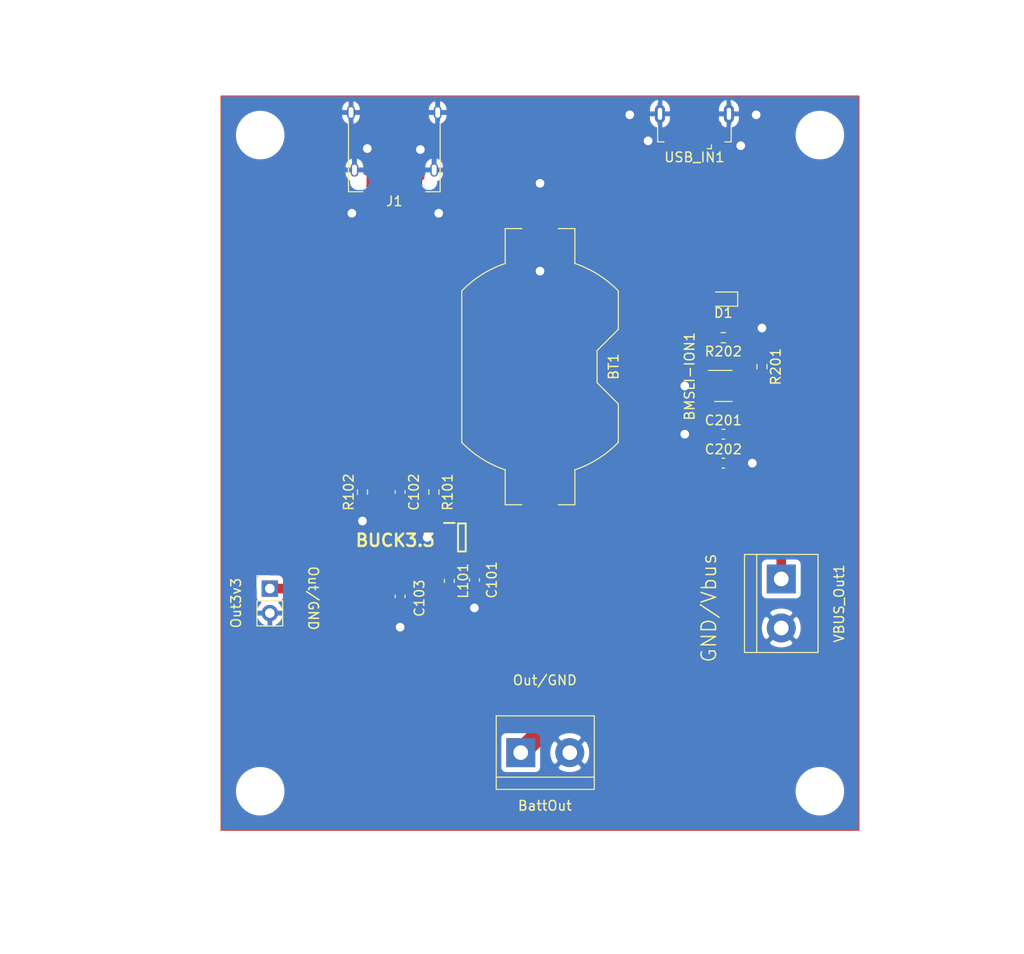
<source format=kicad_pcb>
(kicad_pcb (version 20171130) (host pcbnew "(5.1.9)-1")

  (general
    (thickness 1.6)
    (drawings 19)
    (tracks 124)
    (zones 0)
    (modules 23)
    (nets 29)
  )

  (page A4)
  (layers
    (0 F.Cu signal)
    (31 B.Cu signal)
    (32 B.Adhes user)
    (33 F.Adhes user)
    (34 B.Paste user)
    (35 F.Paste user)
    (36 B.SilkS user)
    (37 F.SilkS user)
    (38 B.Mask user)
    (39 F.Mask user)
    (40 Dwgs.User user)
    (41 Cmts.User user)
    (42 Eco1.User user)
    (43 Eco2.User user)
    (44 Edge.Cuts user)
    (45 Margin user)
    (46 B.CrtYd user)
    (47 F.CrtYd user)
    (48 B.Fab user)
    (49 F.Fab user)
  )

  (setup
    (last_trace_width 0.25)
    (user_trace_width 0.4)
    (user_trace_width 0.5)
    (user_trace_width 0.75)
    (user_trace_width 1)
    (user_trace_width 1.25)
    (user_trace_width 1.5)
    (user_trace_width 1.75)
    (user_trace_width 2)
    (user_trace_width 2.25)
    (user_trace_width 2.5)
    (user_trace_width 2.75)
    (user_trace_width 3)
    (trace_clearance 0.2)
    (zone_clearance 0.508)
    (zone_45_only no)
    (trace_min 0.2)
    (via_size 0.8)
    (via_drill 0.4)
    (via_min_size 0.4)
    (via_min_drill 0.3)
    (user_via 1 0.5)
    (user_via 1.4 0.7)
    (user_via 1.8 0.9)
    (user_via 2 1)
    (user_via 2.4 1.2)
    (user_via 2.8 1.4)
    (user_via 3 1.5)
    (uvia_size 0.3)
    (uvia_drill 0.1)
    (uvias_allowed no)
    (uvia_min_size 0.2)
    (uvia_min_drill 0.1)
    (edge_width 0.05)
    (segment_width 0.2)
    (pcb_text_width 0.3)
    (pcb_text_size 1.5 1.5)
    (mod_edge_width 0.12)
    (mod_text_size 1 1)
    (mod_text_width 0.15)
    (pad_size 1.524 1.524)
    (pad_drill 0.762)
    (pad_to_mask_clearance 0)
    (aux_axis_origin 0 0)
    (grid_origin 50 34)
    (visible_elements 7FFFFFFF)
    (pcbplotparams
      (layerselection 0x010fc_ffffffff)
      (usegerberextensions false)
      (usegerberattributes true)
      (usegerberadvancedattributes true)
      (creategerberjobfile true)
      (excludeedgelayer true)
      (linewidth 0.100000)
      (plotframeref false)
      (viasonmask false)
      (mode 1)
      (useauxorigin false)
      (hpglpennumber 1)
      (hpglpenspeed 20)
      (hpglpendiameter 15.000000)
      (psnegative false)
      (psa4output false)
      (plotreference true)
      (plotvalue true)
      (plotinvisibletext false)
      (padsonsilk false)
      (subtractmaskfromsilk false)
      (outputformat 1)
      (mirror false)
      (drillshape 0)
      (scaleselection 1)
      (outputdirectory ""))
  )

  (net 0 "")
  (net 1 "Net-(BMSLI-ION1-Pad5)")
  (net 2 Vin)
  (net 3 GND)
  (net 4 "Net-(BMSLI-ION1-Pad1)")
  (net 5 "Net-(BUCK3.3-Pad5)")
  (net 6 "Net-(BUCK3.3-Pad3)")
  (net 7 Vout)
  (net 8 "Net-(D1-Pad1)")
  (net 9 Battery_Out)
  (net 10 "Net-(J1-PadB11)")
  (net 11 "Net-(J1-PadB10)")
  (net 12 "Net-(J1-PadB8)")
  (net 13 "Net-(J1-PadB5)")
  (net 14 "Net-(J1-PadB3)")
  (net 15 "Net-(J1-PadB2)")
  (net 16 "Net-(J1-PadB7)")
  (net 17 "Net-(J1-PadB6)")
  (net 18 "Net-(J1-PadA11)")
  (net 19 "Net-(J1-PadA8)")
  (net 20 "Net-(J1-PadA10)")
  (net 21 "Net-(J1-PadA7)")
  (net 22 "Net-(J1-PadA6)")
  (net 23 "Net-(J1-PadA5)")
  (net 24 "Net-(J1-PadA3)")
  (net 25 "Net-(J1-PadA2)")
  (net 26 "Net-(USB_IN1-Pad3)")
  (net 27 "Net-(USB_IN1-Pad4)")
  (net 28 "Net-(USB_IN1-Pad2)")

  (net_class Default "This is the default net class."
    (clearance 0.2)
    (trace_width 0.25)
    (via_dia 0.8)
    (via_drill 0.4)
    (uvia_dia 0.3)
    (uvia_drill 0.1)
    (add_net Battery_Out)
    (add_net GND)
    (add_net "Net-(BMSLI-ION1-Pad1)")
    (add_net "Net-(BMSLI-ION1-Pad5)")
    (add_net "Net-(BUCK3.3-Pad3)")
    (add_net "Net-(BUCK3.3-Pad5)")
    (add_net "Net-(D1-Pad1)")
    (add_net "Net-(J1-PadA10)")
    (add_net "Net-(J1-PadA11)")
    (add_net "Net-(J1-PadA2)")
    (add_net "Net-(J1-PadA3)")
    (add_net "Net-(J1-PadA5)")
    (add_net "Net-(J1-PadA6)")
    (add_net "Net-(J1-PadA7)")
    (add_net "Net-(J1-PadA8)")
    (add_net "Net-(J1-PadB10)")
    (add_net "Net-(J1-PadB11)")
    (add_net "Net-(J1-PadB2)")
    (add_net "Net-(J1-PadB3)")
    (add_net "Net-(J1-PadB5)")
    (add_net "Net-(J1-PadB6)")
    (add_net "Net-(J1-PadB7)")
    (add_net "Net-(J1-PadB8)")
    (add_net "Net-(USB_IN1-Pad2)")
    (add_net "Net-(USB_IN1-Pad3)")
    (add_net "Net-(USB_IN1-Pad4)")
    (add_net Vin)
    (add_net Vout)
  )

  (module MountingHole:MountingHole_4mm (layer F.Cu) (tedit 56D1B4CB) (tstamp 611C73B3)
    (at 54 38)
    (descr "Mounting Hole 4mm, no annular")
    (tags "mounting hole 4mm no annular")
    (attr virtual)
    (fp_text reference " " (at 0 -5) (layer F.SilkS) hide
      (effects (font (size 1 1) (thickness 0.15)))
    )
    (fp_text value " " (at 0 5) (layer F.Fab)
      (effects (font (size 1 1) (thickness 0.15)))
    )
    (fp_circle (center 0 0) (end 4 0) (layer Cmts.User) (width 0.15))
    (fp_circle (center 0 0) (end 4.25 0) (layer F.CrtYd) (width 0.05))
    (fp_text user %R (at 0.3 0) (layer F.Fab)
      (effects (font (size 1 1) (thickness 0.15)))
    )
    (pad 1 np_thru_hole circle (at 0 0) (size 4 4) (drill 4) (layers *.Cu *.Mask))
  )

  (module MountingHole:MountingHole_4mm (layer F.Cu) (tedit 56D1B4CB) (tstamp 611C73E9)
    (at 54 106)
    (descr "Mounting Hole 4mm, no annular")
    (tags "mounting hole 4mm no annular")
    (attr virtual)
    (fp_text reference REF** (at 0 -5) (layer F.SilkS) hide
      (effects (font (size 1 1) (thickness 0.15)))
    )
    (fp_text value " " (at 0 5) (layer F.Fab)
      (effects (font (size 1 1) (thickness 0.15)))
    )
    (fp_circle (center 0 0) (end 4 0) (layer Cmts.User) (width 0.15))
    (fp_circle (center 0 0) (end 4.25 0) (layer F.CrtYd) (width 0.05))
    (fp_text user %R (at 0.3 0) (layer F.Fab)
      (effects (font (size 1 1) (thickness 0.15)))
    )
    (pad 1 np_thru_hole circle (at 0 0) (size 4 4) (drill 4) (layers *.Cu *.Mask))
  )

  (module MountingHole:MountingHole_4mm (layer F.Cu) (tedit 56D1B4CB) (tstamp 611C72F1)
    (at 112 106)
    (descr "Mounting Hole 4mm, no annular")
    (tags "mounting hole 4mm no annular")
    (attr virtual)
    (fp_text reference REF** (at 0 -5) (layer F.SilkS) hide
      (effects (font (size 1 1) (thickness 0.15)))
    )
    (fp_text value " " (at 0 5) (layer F.Fab)
      (effects (font (size 1 1) (thickness 0.15)))
    )
    (fp_circle (center 0 0) (end 4.25 0) (layer F.CrtYd) (width 0.05))
    (fp_circle (center 0 0) (end 4 0) (layer Cmts.User) (width 0.15))
    (pad 1 np_thru_hole circle (at 0 0) (size 4 4) (drill 4) (layers *.Cu *.Mask))
  )

  (module MountingHole:MountingHole_4mm (layer F.Cu) (tedit 56D1B4CB) (tstamp 611C7267)
    (at 112 38)
    (descr "Mounting Hole 4mm, no annular")
    (tags "mounting hole 4mm no annular")
    (attr virtual)
    (fp_text reference REF** (at 0 -5) (layer F.SilkS) hide
      (effects (font (size 1 1) (thickness 0.15)))
    )
    (fp_text value " " (at 0 5) (layer F.Fab)
      (effects (font (size 1 1) (thickness 0.15)))
    )
    (fp_circle (center 0 0) (end 4 0) (layer Cmts.User) (width 0.15))
    (fp_circle (center 0 0) (end 4.25 0) (layer F.CrtYd) (width 0.05))
    (fp_text user %R (at 0.3 0) (layer F.Fab)
      (effects (font (size 1 1) (thickness 0.15)))
    )
    (pad 1 np_thru_hole circle (at 0 0) (size 4 4) (drill 4) (layers *.Cu *.Mask))
  )

  (module Connector_USB:USB_C_Receptacle_Amphenol_12401610E4-2A (layer F.Cu) (tedit 5A142044) (tstamp 611C5F30)
    (at 67.9 38.5 180)
    (descr "USB TYPE C, RA RCPT PCB, SMT, https://www.amphenolcanada.com/StockAvailabilityPrice.aspx?From=&PartNum=12401610E4%7e2A")
    (tags "USB C Type-C Receptacle SMD")
    (path /61219794)
    (attr smd)
    (fp_text reference J1 (at 0 -6.36) (layer F.SilkS)
      (effects (font (size 1 1) (thickness 0.15)))
    )
    (fp_text value USB_C_Receptacle (at 0 6.14) (layer F.Fab) hide
      (effects (font (size 1 1) (thickness 0.15)))
    )
    (fp_line (start -4.6 5.23) (end -4.6 -5.22) (layer F.Fab) (width 0.1))
    (fp_line (start -4.6 -5.22) (end 4.6 -5.22) (layer F.Fab) (width 0.1))
    (fp_line (start -4.75 -5.37) (end -3.25 -5.37) (layer F.SilkS) (width 0.12))
    (fp_line (start -4.75 -5.37) (end -4.75 1.89) (layer F.SilkS) (width 0.12))
    (fp_line (start 4.75 -5.37) (end 4.75 1.89) (layer F.SilkS) (width 0.12))
    (fp_line (start 3.25 -5.37) (end 4.75 -5.37) (layer F.SilkS) (width 0.12))
    (fp_line (start -4.6 5.23) (end 4.6 5.23) (layer F.Fab) (width 0.1))
    (fp_line (start 4.6 5.23) (end 4.6 -5.22) (layer F.Fab) (width 0.1))
    (fp_line (start -5.39 -5.87) (end 5.39 -5.87) (layer F.CrtYd) (width 0.05))
    (fp_line (start 5.39 -5.87) (end 5.39 5.73) (layer F.CrtYd) (width 0.05))
    (fp_line (start 5.39 5.73) (end -5.39 5.73) (layer F.CrtYd) (width 0.05))
    (fp_line (start -5.39 5.73) (end -5.39 -5.87) (layer F.CrtYd) (width 0.05))
    (fp_text user %R (at 0 0) (layer F.Fab) hide
      (effects (font (size 1 1) (thickness 0.1)))
    )
    (pad B12 smd rect (at -3 -3.32 180) (size 0.3 0.7) (layers F.Cu F.Paste F.Mask)
      (net 3 GND))
    (pad B11 smd rect (at -2.5 -3.32 180) (size 0.3 0.7) (layers F.Cu F.Paste F.Mask)
      (net 10 "Net-(J1-PadB11)"))
    (pad B10 smd rect (at -2 -3.32 180) (size 0.3 0.7) (layers F.Cu F.Paste F.Mask)
      (net 11 "Net-(J1-PadB10)"))
    (pad B9 smd rect (at -1.5 -3.32 180) (size 0.3 0.7) (layers F.Cu F.Paste F.Mask)
      (net 2 Vin))
    (pad B8 smd rect (at -1 -3.32 180) (size 0.3 0.7) (layers F.Cu F.Paste F.Mask)
      (net 12 "Net-(J1-PadB8)"))
    (pad B7 smd rect (at -0.5 -3.32 180) (size 0.3 0.7) (layers F.Cu F.Paste F.Mask)
      (net 16 "Net-(J1-PadB7)"))
    (pad B6 smd rect (at 0 -3.32 180) (size 0.3 0.7) (layers F.Cu F.Paste F.Mask)
      (net 17 "Net-(J1-PadB6)"))
    (pad B5 smd rect (at 0.5 -3.32 180) (size 0.3 0.7) (layers F.Cu F.Paste F.Mask)
      (net 13 "Net-(J1-PadB5)"))
    (pad B4 smd rect (at 1 -3.32 180) (size 0.3 0.7) (layers F.Cu F.Paste F.Mask)
      (net 2 Vin))
    (pad B3 smd rect (at 1.5 -3.32 180) (size 0.3 0.7) (layers F.Cu F.Paste F.Mask)
      (net 14 "Net-(J1-PadB3)"))
    (pad B2 smd rect (at 2 -3.32 180) (size 0.3 0.7) (layers F.Cu F.Paste F.Mask)
      (net 15 "Net-(J1-PadB2)"))
    (pad "" np_thru_hole circle (at -3.6 -4.36 180) (size 0.65 0.65) (drill 0.65) (layers *.Cu *.Mask))
    (pad "" np_thru_hole oval (at 3.6 -4.36 180) (size 0.95 0.65) (drill oval 0.95 0.65) (layers *.Cu *.Mask))
    (pad S1 thru_hole oval (at -4.49 2.84 180) (size 0.8 1.4) (drill oval 0.5 1.1) (layers *.Cu *.Mask)
      (net 3 GND))
    (pad S1 thru_hole oval (at 4.49 2.84 180) (size 0.8 1.4) (drill oval 0.5 1.1) (layers *.Cu *.Mask)
      (net 3 GND))
    (pad S1 thru_hole oval (at 4.13 -3.11 180) (size 0.8 1.4) (drill oval 0.5 1.1) (layers *.Cu *.Mask)
      (net 3 GND))
    (pad B1 smd rect (at 2.5 -3.32 180) (size 0.3 0.7) (layers F.Cu F.Paste F.Mask)
      (net 3 GND))
    (pad A11 smd rect (at 2.25 -5.02 180) (size 0.3 0.7) (layers F.Cu F.Paste F.Mask)
      (net 18 "Net-(J1-PadA11)"))
    (pad A8 smd rect (at 0.75 -5.02 180) (size 0.3 0.7) (layers F.Cu F.Paste F.Mask)
      (net 19 "Net-(J1-PadA8)"))
    (pad A9 smd rect (at 1.25 -5.02 180) (size 0.3 0.7) (layers F.Cu F.Paste F.Mask)
      (net 2 Vin))
    (pad A10 smd rect (at 1.75 -5.02 180) (size 0.3 0.7) (layers F.Cu F.Paste F.Mask)
      (net 20 "Net-(J1-PadA10)"))
    (pad A12 smd rect (at 2.75 -5.02 180) (size 0.3 0.7) (layers F.Cu F.Paste F.Mask)
      (net 3 GND))
    (pad A7 smd rect (at 0.25 -5.02 180) (size 0.3 0.7) (layers F.Cu F.Paste F.Mask)
      (net 21 "Net-(J1-PadA7)"))
    (pad A6 smd rect (at -0.25 -5.02 180) (size 0.3 0.7) (layers F.Cu F.Paste F.Mask)
      (net 22 "Net-(J1-PadA6)"))
    (pad A5 smd rect (at -0.75 -5.02 180) (size 0.3 0.7) (layers F.Cu F.Paste F.Mask)
      (net 23 "Net-(J1-PadA5)"))
    (pad A4 smd rect (at -1.25 -5.02 180) (size 0.3 0.7) (layers F.Cu F.Paste F.Mask)
      (net 2 Vin))
    (pad A3 smd rect (at -1.75 -5.02 180) (size 0.3 0.7) (layers F.Cu F.Paste F.Mask)
      (net 24 "Net-(J1-PadA3)"))
    (pad A2 smd rect (at -2.25 -5.02 180) (size 0.3 0.7) (layers F.Cu F.Paste F.Mask)
      (net 25 "Net-(J1-PadA2)"))
    (pad A1 smd rect (at -2.75 -5.02 180) (size 0.3 0.7) (layers F.Cu F.Paste F.Mask)
      (net 3 GND))
    (pad S1 thru_hole oval (at -4.13 -3.11 180) (size 0.8 1.4) (drill oval 0.5 1.1) (layers *.Cu *.Mask)
      (net 3 GND))
    (model ${KISYS3DMOD}/Connector_USB.3dshapes/C12401610_3.stp
      (at (xyz 0 0 0))
      (scale (xyz 1 1 1))
      (rotate (xyz 0 0 0))
    )
  )

  (module TerminalBlock:TerminalBlock_bornier-2_P5.08mm (layer F.Cu) (tedit 59FF03AB) (tstamp 611B2CB4)
    (at 108 84 270)
    (descr "simple 2-pin terminal block, pitch 5.08mm, revamped version of bornier2")
    (tags "terminal block bornier2")
    (path /61229740)
    (fp_text reference VBUS_Out1 (at 2.54 -6 270) (layer F.SilkS)
      (effects (font (size 1 1) (thickness 0.15)))
    )
    (fp_text value Screw_Terminal_01x02 (at 2.54 5.08 270) (layer F.Fab) hide
      (effects (font (size 1 1) (thickness 0.15)))
    )
    (fp_line (start 7.79 4) (end -2.71 4) (layer F.CrtYd) (width 0.05))
    (fp_line (start 7.79 4) (end 7.79 -4) (layer F.CrtYd) (width 0.05))
    (fp_line (start -2.71 -4) (end -2.71 4) (layer F.CrtYd) (width 0.05))
    (fp_line (start -2.71 -4) (end 7.79 -4) (layer F.CrtYd) (width 0.05))
    (fp_line (start -2.54 3.81) (end 7.62 3.81) (layer F.SilkS) (width 0.12))
    (fp_line (start -2.54 -3.81) (end -2.54 3.81) (layer F.SilkS) (width 0.12))
    (fp_line (start 7.62 -3.81) (end -2.54 -3.81) (layer F.SilkS) (width 0.12))
    (fp_line (start 7.62 3.81) (end 7.62 -3.81) (layer F.SilkS) (width 0.12))
    (fp_line (start 7.62 2.54) (end -2.54 2.54) (layer F.SilkS) (width 0.12))
    (fp_line (start 7.54 -3.75) (end -2.46 -3.75) (layer F.Fab) (width 0.1))
    (fp_line (start 7.54 3.75) (end 7.54 -3.75) (layer F.Fab) (width 0.1))
    (fp_line (start -2.46 3.75) (end 7.54 3.75) (layer F.Fab) (width 0.1))
    (fp_line (start -2.46 -3.75) (end -2.46 3.75) (layer F.Fab) (width 0.1))
    (fp_line (start -2.41 2.55) (end 7.49 2.55) (layer F.Fab) (width 0.1))
    (fp_text user %R (at 2.54 0 270) (layer F.Fab) hide
      (effects (font (size 1 1) (thickness 0.15)))
    )
    (pad 2 thru_hole circle (at 5.08 0 270) (size 3 3) (drill 1.52) (layers *.Cu *.Mask)
      (net 3 GND))
    (pad 1 thru_hole rect (at 0 0 270) (size 3 3) (drill 1.52) (layers *.Cu *.Mask)
      (net 2 Vin))
    (model ${KISYS3DMOD}/TerminalBlock.3dshapes/TerminalBlock_bornier-2_P5.08mm.wrl
      (offset (xyz 2.539999961853027 0 0))
      (scale (xyz 1 1 1))
      (rotate (xyz 0 0 0))
    )
  )

  (module Connector_USB:USB_Micro-B_GCT_USB3076-30-A (layer F.Cu) (tedit 5A170D03) (tstamp 611B2C9F)
    (at 99 37 180)
    (descr "GCT Micro USB https://gct.co/files/drawings/usb3076.pdf")
    (tags "Micro-USB SMD Typ-B GCT")
    (path /612117D8)
    (attr smd)
    (fp_text reference USB_IN1 (at 0 -3.3 180) (layer F.SilkS)
      (effects (font (size 1 1) (thickness 0.15)))
    )
    (fp_text value USB_B_Micro (at 0 5.2 180) (layer F.Fab) hide
      (effects (font (size 1 1) (thickness 0.15)))
    )
    (fp_line (start -1.1 -2.16) (end -1.1 -1.95) (layer F.Fab) (width 0.1))
    (fp_line (start -1.5 -2.16) (end -1.5 -1.95) (layer F.Fab) (width 0.1))
    (fp_line (start -1.5 -2.16) (end -1.1 -2.16) (layer F.Fab) (width 0.1))
    (fp_line (start -1.1 -1.95) (end -1.3 -1.75) (layer F.Fab) (width 0.1))
    (fp_line (start -1.3 -1.75) (end -1.5 -1.95) (layer F.Fab) (width 0.1))
    (fp_line (start -1.76 -2.41) (end -1.76 -2.02) (layer F.SilkS) (width 0.12))
    (fp_line (start -1.76 -2.41) (end -1.31 -2.41) (layer F.SilkS) (width 0.12))
    (fp_line (start 3.81 -1.71) (end 3.16 -1.71) (layer F.SilkS) (width 0.12))
    (fp_line (start 3.81 0.02) (end 3.81 -1.71) (layer F.SilkS) (width 0.12))
    (fp_line (start -3.81 2.59) (end -3.81 2.38) (layer F.SilkS) (width 0.12))
    (fp_line (start -3.7 3.95) (end -3.7 -1.6) (layer F.Fab) (width 0.1))
    (fp_line (start -3.7 -1.6) (end 3.7 -1.6) (layer F.Fab) (width 0.1))
    (fp_line (start -3.7 3.95) (end 3.7 3.95) (layer F.Fab) (width 0.1))
    (fp_line (start -3 2.65) (end 3 2.65) (layer F.Fab) (width 0.1))
    (fp_line (start 3.7 3.95) (end 3.7 -1.6) (layer F.Fab) (width 0.1))
    (fp_line (start 3.81 2.59) (end 3.81 2.38) (layer F.SilkS) (width 0.12))
    (fp_line (start -3.81 0.02) (end -3.81 -1.71) (layer F.SilkS) (width 0.12))
    (fp_line (start -3.81 -1.71) (end -3.15 -1.71) (layer F.SilkS) (width 0.12))
    (fp_line (start -4.6 4.45) (end -4.6 -2.65) (layer F.CrtYd) (width 0.05))
    (fp_line (start -4.6 -2.65) (end 4.6 -2.65) (layer F.CrtYd) (width 0.05))
    (fp_line (start 4.6 -2.65) (end 4.6 4.45) (layer F.CrtYd) (width 0.05))
    (fp_line (start -4.6 4.45) (end 4.6 4.45) (layer F.CrtYd) (width 0.05))
    (fp_text user %R (at 0 0.85 180) (layer F.Fab) hide
      (effects (font (size 1 1) (thickness 0.15)))
    )
    (fp_text user "PCB Edge" (at 0 2.65 180) (layer Dwgs.User) hide
      (effects (font (size 0.5 0.5) (thickness 0.08)))
    )
    (pad 6 smd rect (at -2.32 -1.03 180) (size 1.15 1.45) (layers F.Cu F.Paste F.Mask)
      (net 3 GND))
    (pad 6 smd rect (at 2.32 -1.03 180) (size 1.15 1.45) (layers F.Cu F.Paste F.Mask)
      (net 3 GND))
    (pad 6 thru_hole oval (at 3.575 1.2 180) (size 1.05 1.9) (drill oval 0.45 1.25) (layers *.Cu *.Mask)
      (net 3 GND))
    (pad 6 thru_hole oval (at -3.575 1.2) (size 1.05 1.9) (drill oval 0.45 1.25) (layers *.Cu *.Mask)
      (net 3 GND))
    (pad 6 smd rect (at -1.125 1.2 180) (size 1.75 1.9) (layers F.Cu F.Paste F.Mask)
      (net 3 GND))
    (pad 3 smd rect (at 0 -1.45 180) (size 0.4 1.4) (layers F.Cu F.Paste F.Mask)
      (net 26 "Net-(USB_IN1-Pad3)"))
    (pad 4 smd rect (at 0.65 -1.45 180) (size 0.4 1.4) (layers F.Cu F.Paste F.Mask)
      (net 27 "Net-(USB_IN1-Pad4)"))
    (pad 5 smd rect (at 1.3 -1.45 180) (size 0.4 1.4) (layers F.Cu F.Paste F.Mask)
      (net 3 GND))
    (pad 1 smd rect (at -1.3 -1.45 180) (size 0.4 1.4) (layers F.Cu F.Paste F.Mask)
      (net 2 Vin))
    (pad 2 smd rect (at -0.65 -1.45 180) (size 0.4 1.4) (layers F.Cu F.Paste F.Mask)
      (net 28 "Net-(USB_IN1-Pad2)"))
    (pad 6 smd rect (at 1.125 1.2 180) (size 1.75 1.9) (layers F.Cu F.Paste F.Mask)
      (net 3 GND))
    (model ${KISYS3DMOD}/Connector_USB.3dshapes/USB_Micro-B_GCT_USB3076-30-A.wrl
      (at (xyz 0 0 0))
      (scale (xyz 1 1 1))
      (rotate (xyz 0 0 0))
    )
  )

  (module Connector_PinHeader_2.54mm:PinHeader_1x02_P2.54mm_Vertical (layer F.Cu) (tedit 59FED5CC) (tstamp 611C392B)
    (at 55 85)
    (descr "Through hole straight pin header, 1x02, 2.54mm pitch, single row")
    (tags "Through hole pin header THT 1x02 2.54mm single row")
    (path /612279DD)
    (fp_text reference Out3v3 (at -3.5 1.5 -90) (layer F.SilkS)
      (effects (font (size 1 1) (thickness 0.15)))
    )
    (fp_text value Conn_01x02_Female (at 2.5 7) (layer F.Fab) hide
      (effects (font (size 1 1) (thickness 0.15)))
    )
    (fp_line (start 1.8 -1.8) (end -1.8 -1.8) (layer F.CrtYd) (width 0.05))
    (fp_line (start 1.8 4.35) (end 1.8 -1.8) (layer F.CrtYd) (width 0.05))
    (fp_line (start -1.8 4.35) (end 1.8 4.35) (layer F.CrtYd) (width 0.05))
    (fp_line (start -1.8 -1.8) (end -1.8 4.35) (layer F.CrtYd) (width 0.05))
    (fp_line (start -1.33 -1.33) (end 0 -1.33) (layer F.SilkS) (width 0.12))
    (fp_line (start -1.33 0) (end -1.33 -1.33) (layer F.SilkS) (width 0.12))
    (fp_line (start -1.33 1.27) (end 1.33 1.27) (layer F.SilkS) (width 0.12))
    (fp_line (start 1.33 1.27) (end 1.33 3.87) (layer F.SilkS) (width 0.12))
    (fp_line (start -1.33 1.27) (end -1.33 3.87) (layer F.SilkS) (width 0.12))
    (fp_line (start -1.33 3.87) (end 1.33 3.87) (layer F.SilkS) (width 0.12))
    (fp_line (start -1.27 -0.635) (end -0.635 -1.27) (layer F.Fab) (width 0.1))
    (fp_line (start -1.27 3.81) (end -1.27 -0.635) (layer F.Fab) (width 0.1))
    (fp_line (start 1.27 3.81) (end -1.27 3.81) (layer F.Fab) (width 0.1))
    (fp_line (start 1.27 -1.27) (end 1.27 3.81) (layer F.Fab) (width 0.1))
    (fp_line (start -0.635 -1.27) (end 1.27 -1.27) (layer F.Fab) (width 0.1))
    (fp_text user %R (at 0 1.27 90) (layer F.Fab) hide
      (effects (font (size 1 1) (thickness 0.15)))
    )
    (pad 2 thru_hole oval (at 0 2.54) (size 1.7 1.7) (drill 1) (layers *.Cu *.Mask)
      (net 3 GND))
    (pad 1 thru_hole rect (at 0 0) (size 1.7 1.7) (drill 1) (layers *.Cu *.Mask)
      (net 7 Vout))
    (model ${KISYS3DMOD}/Connector_PinHeader_2.54mm.3dshapes/PinHeader_1x02_P2.54mm_Vertical.wrl
      (at (xyz 0 0 0))
      (scale (xyz 1 1 1))
      (rotate (xyz 0 0 0))
    )
  )

  (module TerminalBlock:TerminalBlock_bornier-2_P5.08mm (layer F.Cu) (tedit 59FF03AB) (tstamp 611B2A13)
    (at 81 102)
    (descr "simple 2-pin terminal block, pitch 5.08mm, revamped version of bornier2")
    (tags "terminal block bornier2")
    (path /6122525D)
    (fp_text reference BattOut (at 2.5 5.5) (layer F.SilkS)
      (effects (font (size 1 1) (thickness 0.15)))
    )
    (fp_text value Screw_Terminal_01x02 (at 2.54 5.08) (layer F.Fab) hide
      (effects (font (size 1 1) (thickness 0.15)))
    )
    (fp_line (start 7.79 4) (end -2.71 4) (layer F.CrtYd) (width 0.05))
    (fp_line (start 7.79 4) (end 7.79 -4) (layer F.CrtYd) (width 0.05))
    (fp_line (start -2.71 -4) (end -2.71 4) (layer F.CrtYd) (width 0.05))
    (fp_line (start -2.71 -4) (end 7.79 -4) (layer F.CrtYd) (width 0.05))
    (fp_line (start -2.54 3.81) (end 7.62 3.81) (layer F.SilkS) (width 0.12))
    (fp_line (start -2.54 -3.81) (end -2.54 3.81) (layer F.SilkS) (width 0.12))
    (fp_line (start 7.62 -3.81) (end -2.54 -3.81) (layer F.SilkS) (width 0.12))
    (fp_line (start 7.62 3.81) (end 7.62 -3.81) (layer F.SilkS) (width 0.12))
    (fp_line (start 7.62 2.54) (end -2.54 2.54) (layer F.SilkS) (width 0.12))
    (fp_line (start 7.54 -3.75) (end -2.46 -3.75) (layer F.Fab) (width 0.1))
    (fp_line (start 7.54 3.75) (end 7.54 -3.75) (layer F.Fab) (width 0.1))
    (fp_line (start -2.46 3.75) (end 7.54 3.75) (layer F.Fab) (width 0.1))
    (fp_line (start -2.46 -3.75) (end -2.46 3.75) (layer F.Fab) (width 0.1))
    (fp_line (start -2.41 2.55) (end 7.49 2.55) (layer F.Fab) (width 0.1))
    (fp_text user %R (at 2.54 0) (layer F.Fab) hide
      (effects (font (size 1 1) (thickness 0.15)))
    )
    (pad 2 thru_hole circle (at 5.08 0) (size 3 3) (drill 1.52) (layers *.Cu *.Mask)
      (net 3 GND))
    (pad 1 thru_hole rect (at 0 0) (size 3 3) (drill 1.52) (layers *.Cu *.Mask)
      (net 9 Battery_Out))
    (model ${KISYS3DMOD}/TerminalBlock.3dshapes/TerminalBlock_bornier-2_P5.08mm.wrl
      (offset (xyz 2.539999961853027 0 0))
      (scale (xyz 1 1 1))
      (rotate (xyz 0 0 0))
    )
  )

  (module Resistor_SMD:R_0603_1608Metric (layer F.Cu) (tedit 5F68FEEE) (tstamp 611B19F2)
    (at 102 59 180)
    (descr "Resistor SMD 0603 (1608 Metric), square (rectangular) end terminal, IPC_7351 nominal, (Body size source: IPC-SM-782 page 72, https://www.pcb-3d.com/wordpress/wp-content/uploads/ipc-sm-782a_amendment_1_and_2.pdf), generated with kicad-footprint-generator")
    (tags resistor)
    (path /611CB53B)
    (attr smd)
    (fp_text reference R202 (at 0 -1.43 180) (layer F.SilkS)
      (effects (font (size 1 1) (thickness 0.15)))
    )
    (fp_text value 470 (at 0 1.43 180) (layer F.Fab) hide
      (effects (font (size 1 1) (thickness 0.15)))
    )
    (fp_line (start -0.8 0.4125) (end -0.8 -0.4125) (layer F.Fab) (width 0.1))
    (fp_line (start -0.8 -0.4125) (end 0.8 -0.4125) (layer F.Fab) (width 0.1))
    (fp_line (start 0.8 -0.4125) (end 0.8 0.4125) (layer F.Fab) (width 0.1))
    (fp_line (start 0.8 0.4125) (end -0.8 0.4125) (layer F.Fab) (width 0.1))
    (fp_line (start -0.237258 -0.5225) (end 0.237258 -0.5225) (layer F.SilkS) (width 0.12))
    (fp_line (start -0.237258 0.5225) (end 0.237258 0.5225) (layer F.SilkS) (width 0.12))
    (fp_line (start -1.48 0.73) (end -1.48 -0.73) (layer F.CrtYd) (width 0.05))
    (fp_line (start -1.48 -0.73) (end 1.48 -0.73) (layer F.CrtYd) (width 0.05))
    (fp_line (start 1.48 -0.73) (end 1.48 0.73) (layer F.CrtYd) (width 0.05))
    (fp_line (start 1.48 0.73) (end -1.48 0.73) (layer F.CrtYd) (width 0.05))
    (fp_text user %R (at 0 0 180) (layer F.Fab) hide
      (effects (font (size 0.4 0.4) (thickness 0.06)))
    )
    (pad 2 smd roundrect (at 0.825 0 180) (size 0.8 0.95) (layers F.Cu F.Paste F.Mask) (roundrect_rratio 0.25)
      (net 4 "Net-(BMSLI-ION1-Pad1)"))
    (pad 1 smd roundrect (at -0.825 0 180) (size 0.8 0.95) (layers F.Cu F.Paste F.Mask) (roundrect_rratio 0.25)
      (net 8 "Net-(D1-Pad1)"))
    (model ${KISYS3DMOD}/Resistor_SMD.3dshapes/R_0603_1608Metric.wrl
      (at (xyz 0 0 0))
      (scale (xyz 1 1 1))
      (rotate (xyz 0 0 0))
    )
  )

  (module Resistor_SMD:R_0603_1608Metric (layer F.Cu) (tedit 5F68FEEE) (tstamp 611B19E1)
    (at 106 62 270)
    (descr "Resistor SMD 0603 (1608 Metric), square (rectangular) end terminal, IPC_7351 nominal, (Body size source: IPC-SM-782 page 72, https://www.pcb-3d.com/wordpress/wp-content/uploads/ipc-sm-782a_amendment_1_and_2.pdf), generated with kicad-footprint-generator")
    (tags resistor)
    (path /611C9625)
    (attr smd)
    (fp_text reference R201 (at 0 -1.43 90) (layer F.SilkS)
      (effects (font (size 1 1) (thickness 0.15)))
    )
    (fp_text value 2k (at 0 1.43 90) (layer F.Fab)
      (effects (font (size 1 1) (thickness 0.15)))
    )
    (fp_line (start -0.8 0.4125) (end -0.8 -0.4125) (layer F.Fab) (width 0.1))
    (fp_line (start -0.8 -0.4125) (end 0.8 -0.4125) (layer F.Fab) (width 0.1))
    (fp_line (start 0.8 -0.4125) (end 0.8 0.4125) (layer F.Fab) (width 0.1))
    (fp_line (start 0.8 0.4125) (end -0.8 0.4125) (layer F.Fab) (width 0.1))
    (fp_line (start -0.237258 -0.5225) (end 0.237258 -0.5225) (layer F.SilkS) (width 0.12))
    (fp_line (start -0.237258 0.5225) (end 0.237258 0.5225) (layer F.SilkS) (width 0.12))
    (fp_line (start -1.48 0.73) (end -1.48 -0.73) (layer F.CrtYd) (width 0.05))
    (fp_line (start -1.48 -0.73) (end 1.48 -0.73) (layer F.CrtYd) (width 0.05))
    (fp_line (start 1.48 -0.73) (end 1.48 0.73) (layer F.CrtYd) (width 0.05))
    (fp_line (start 1.48 0.73) (end -1.48 0.73) (layer F.CrtYd) (width 0.05))
    (fp_text user %R (at 0 0 90) (layer F.Fab)
      (effects (font (size 0.4 0.4) (thickness 0.06)))
    )
    (pad 2 smd roundrect (at 0.825 0 270) (size 0.8 0.95) (layers F.Cu F.Paste F.Mask) (roundrect_rratio 0.25)
      (net 1 "Net-(BMSLI-ION1-Pad5)"))
    (pad 1 smd roundrect (at -0.825 0 270) (size 0.8 0.95) (layers F.Cu F.Paste F.Mask) (roundrect_rratio 0.25)
      (net 3 GND))
    (model ${KISYS3DMOD}/Resistor_SMD.3dshapes/R_0603_1608Metric.wrl
      (at (xyz 0 0 0))
      (scale (xyz 1 1 1))
      (rotate (xyz 0 0 0))
    )
  )

  (module Resistor_SMD:R_0603_1608Metric (layer F.Cu) (tedit 5F68FEEE) (tstamp 611B19D0)
    (at 64.6 75 90)
    (descr "Resistor SMD 0603 (1608 Metric), square (rectangular) end terminal, IPC_7351 nominal, (Body size source: IPC-SM-782 page 72, https://www.pcb-3d.com/wordpress/wp-content/uploads/ipc-sm-782a_amendment_1_and_2.pdf), generated with kicad-footprint-generator")
    (tags resistor)
    (path /611BBB62)
    (attr smd)
    (fp_text reference R102 (at 0 -1.43 90) (layer F.SilkS)
      (effects (font (size 1 1) (thickness 0.15)))
    )
    (fp_text value 100k (at 0 1.43 90) (layer F.Fab) hide
      (effects (font (size 1 1) (thickness 0.15)))
    )
    (fp_line (start -0.8 0.4125) (end -0.8 -0.4125) (layer F.Fab) (width 0.1))
    (fp_line (start -0.8 -0.4125) (end 0.8 -0.4125) (layer F.Fab) (width 0.1))
    (fp_line (start 0.8 -0.4125) (end 0.8 0.4125) (layer F.Fab) (width 0.1))
    (fp_line (start 0.8 0.4125) (end -0.8 0.4125) (layer F.Fab) (width 0.1))
    (fp_line (start -0.237258 -0.5225) (end 0.237258 -0.5225) (layer F.SilkS) (width 0.12))
    (fp_line (start -0.237258 0.5225) (end 0.237258 0.5225) (layer F.SilkS) (width 0.12))
    (fp_line (start -1.48 0.73) (end -1.48 -0.73) (layer F.CrtYd) (width 0.05))
    (fp_line (start -1.48 -0.73) (end 1.48 -0.73) (layer F.CrtYd) (width 0.05))
    (fp_line (start 1.48 -0.73) (end 1.48 0.73) (layer F.CrtYd) (width 0.05))
    (fp_line (start 1.48 0.73) (end -1.48 0.73) (layer F.CrtYd) (width 0.05))
    (fp_text user %R (at 0 0 90) (layer F.Fab) hide
      (effects (font (size 0.4 0.4) (thickness 0.06)))
    )
    (pad 2 smd roundrect (at 0.825 0 90) (size 0.8 0.95) (layers F.Cu F.Paste F.Mask) (roundrect_rratio 0.25)
      (net 5 "Net-(BUCK3.3-Pad5)"))
    (pad 1 smd roundrect (at -0.825 0 90) (size 0.8 0.95) (layers F.Cu F.Paste F.Mask) (roundrect_rratio 0.25)
      (net 3 GND))
    (model ${KISYS3DMOD}/Resistor_SMD.3dshapes/R_0603_1608Metric.wrl
      (at (xyz 0 0 0))
      (scale (xyz 1 1 1))
      (rotate (xyz 0 0 0))
    )
  )

  (module Resistor_SMD:R_0603_1608Metric (layer F.Cu) (tedit 5F68FEEE) (tstamp 611B19BF)
    (at 72 75 270)
    (descr "Resistor SMD 0603 (1608 Metric), square (rectangular) end terminal, IPC_7351 nominal, (Body size source: IPC-SM-782 page 72, https://www.pcb-3d.com/wordpress/wp-content/uploads/ipc-sm-782a_amendment_1_and_2.pdf), generated with kicad-footprint-generator")
    (tags resistor)
    (path /611B939E)
    (attr smd)
    (fp_text reference R101 (at 0 -1.43 270) (layer F.SilkS)
      (effects (font (size 1 1) (thickness 0.15)))
    )
    (fp_text value 450k (at 0 1.43 270) (layer F.Fab) hide
      (effects (font (size 1 1) (thickness 0.15)))
    )
    (fp_line (start -0.8 0.4125) (end -0.8 -0.4125) (layer F.Fab) (width 0.1))
    (fp_line (start -0.8 -0.4125) (end 0.8 -0.4125) (layer F.Fab) (width 0.1))
    (fp_line (start 0.8 -0.4125) (end 0.8 0.4125) (layer F.Fab) (width 0.1))
    (fp_line (start 0.8 0.4125) (end -0.8 0.4125) (layer F.Fab) (width 0.1))
    (fp_line (start -0.237258 -0.5225) (end 0.237258 -0.5225) (layer F.SilkS) (width 0.12))
    (fp_line (start -0.237258 0.5225) (end 0.237258 0.5225) (layer F.SilkS) (width 0.12))
    (fp_line (start -1.48 0.73) (end -1.48 -0.73) (layer F.CrtYd) (width 0.05))
    (fp_line (start -1.48 -0.73) (end 1.48 -0.73) (layer F.CrtYd) (width 0.05))
    (fp_line (start 1.48 -0.73) (end 1.48 0.73) (layer F.CrtYd) (width 0.05))
    (fp_line (start 1.48 0.73) (end -1.48 0.73) (layer F.CrtYd) (width 0.05))
    (fp_text user %R (at 0 0 270) (layer F.Fab) hide
      (effects (font (size 0.4 0.4) (thickness 0.06)))
    )
    (pad 2 smd roundrect (at 0.825 0 270) (size 0.8 0.95) (layers F.Cu F.Paste F.Mask) (roundrect_rratio 0.25)
      (net 7 Vout))
    (pad 1 smd roundrect (at -0.825 0 270) (size 0.8 0.95) (layers F.Cu F.Paste F.Mask) (roundrect_rratio 0.25)
      (net 5 "Net-(BUCK3.3-Pad5)"))
    (model ${KISYS3DMOD}/Resistor_SMD.3dshapes/R_0603_1608Metric.wrl
      (at (xyz 0 0 0))
      (scale (xyz 1 1 1))
      (rotate (xyz 0 0 0))
    )
  )

  (module Inductor_SMD:L_0603_1608Metric (layer F.Cu) (tedit 5F68FEF0) (tstamp 611B19AE)
    (at 73.6 84.2 270)
    (descr "Inductor SMD 0603 (1608 Metric), square (rectangular) end terminal, IPC_7351 nominal, (Body size source: http://www.tortai-tech.com/upload/download/2011102023233369053.pdf), generated with kicad-footprint-generator")
    (tags inductor)
    (path /611B7EDB)
    (attr smd)
    (fp_text reference L101 (at 0 -1.43 90) (layer F.SilkS)
      (effects (font (size 1 1) (thickness 0.15)))
    )
    (fp_text value 2.2u (at 0 1.43 90) (layer F.Fab) hide
      (effects (font (size 1 1) (thickness 0.15)))
    )
    (fp_line (start -0.8 0.4) (end -0.8 -0.4) (layer F.Fab) (width 0.1))
    (fp_line (start -0.8 -0.4) (end 0.8 -0.4) (layer F.Fab) (width 0.1))
    (fp_line (start 0.8 -0.4) (end 0.8 0.4) (layer F.Fab) (width 0.1))
    (fp_line (start 0.8 0.4) (end -0.8 0.4) (layer F.Fab) (width 0.1))
    (fp_line (start -0.162779 -0.51) (end 0.162779 -0.51) (layer F.SilkS) (width 0.12))
    (fp_line (start -0.162779 0.51) (end 0.162779 0.51) (layer F.SilkS) (width 0.12))
    (fp_line (start -1.48 0.73) (end -1.48 -0.73) (layer F.CrtYd) (width 0.05))
    (fp_line (start -1.48 -0.73) (end 1.48 -0.73) (layer F.CrtYd) (width 0.05))
    (fp_line (start 1.48 -0.73) (end 1.48 0.73) (layer F.CrtYd) (width 0.05))
    (fp_line (start 1.48 0.73) (end -1.48 0.73) (layer F.CrtYd) (width 0.05))
    (fp_text user %R (at 0 0 90) (layer F.Fab) hide
      (effects (font (size 0.4 0.4) (thickness 0.06)))
    )
    (pad 2 smd roundrect (at 0.7875 0 270) (size 0.875 0.95) (layers F.Cu F.Paste F.Mask) (roundrect_rratio 0.25)
      (net 7 Vout))
    (pad 1 smd roundrect (at -0.7875 0 270) (size 0.875 0.95) (layers F.Cu F.Paste F.Mask) (roundrect_rratio 0.25)
      (net 6 "Net-(BUCK3.3-Pad3)"))
    (model ${KISYS3DMOD}/Inductor_SMD.3dshapes/L_0603_1608Metric.wrl
      (at (xyz 0 0 0))
      (scale (xyz 1 1 1))
      (rotate (xyz 0 0 0))
    )
  )

  (module LED_SMD:LED_0603_1608Metric (layer F.Cu) (tedit 5F68FEF1) (tstamp 611B199D)
    (at 102 55 180)
    (descr "LED SMD 0603 (1608 Metric), square (rectangular) end terminal, IPC_7351 nominal, (Body size source: http://www.tortai-tech.com/upload/download/2011102023233369053.pdf), generated with kicad-footprint-generator")
    (tags LED)
    (path /61209164)
    (attr smd)
    (fp_text reference D1 (at 0 -1.43 180) (layer F.SilkS)
      (effects (font (size 1 1) (thickness 0.15)))
    )
    (fp_text value LED (at 0 1.43 180) (layer F.Fab) hide
      (effects (font (size 1 1) (thickness 0.15)))
    )
    (fp_line (start 0.8 -0.4) (end -0.5 -0.4) (layer F.Fab) (width 0.1))
    (fp_line (start -0.5 -0.4) (end -0.8 -0.1) (layer F.Fab) (width 0.1))
    (fp_line (start -0.8 -0.1) (end -0.8 0.4) (layer F.Fab) (width 0.1))
    (fp_line (start -0.8 0.4) (end 0.8 0.4) (layer F.Fab) (width 0.1))
    (fp_line (start 0.8 0.4) (end 0.8 -0.4) (layer F.Fab) (width 0.1))
    (fp_line (start 0.8 -0.735) (end -1.485 -0.735) (layer F.SilkS) (width 0.12))
    (fp_line (start -1.485 -0.735) (end -1.485 0.735) (layer F.SilkS) (width 0.12))
    (fp_line (start -1.485 0.735) (end 0.8 0.735) (layer F.SilkS) (width 0.12))
    (fp_line (start -1.48 0.73) (end -1.48 -0.73) (layer F.CrtYd) (width 0.05))
    (fp_line (start -1.48 -0.73) (end 1.48 -0.73) (layer F.CrtYd) (width 0.05))
    (fp_line (start 1.48 -0.73) (end 1.48 0.73) (layer F.CrtYd) (width 0.05))
    (fp_line (start 1.48 0.73) (end -1.48 0.73) (layer F.CrtYd) (width 0.05))
    (fp_text user %R (at 0 0 180) (layer F.Fab) hide
      (effects (font (size 0.4 0.4) (thickness 0.06)))
    )
    (pad 2 smd roundrect (at 0.7875 0 180) (size 0.875 0.95) (layers F.Cu F.Paste F.Mask) (roundrect_rratio 0.25)
      (net 2 Vin))
    (pad 1 smd roundrect (at -0.7875 0 180) (size 0.875 0.95) (layers F.Cu F.Paste F.Mask) (roundrect_rratio 0.25)
      (net 8 "Net-(D1-Pad1)"))
    (model ${KISYS3DMOD}/LED_SMD.3dshapes/LED_0603_1608Metric.wrl
      (at (xyz 0 0 0))
      (scale (xyz 1 1 1))
      (rotate (xyz 0 0 0))
    )
  )

  (module Capacitor_SMD:C_0603_1608Metric (layer F.Cu) (tedit 5F68FEEE) (tstamp 611B198A)
    (at 102 72)
    (descr "Capacitor SMD 0603 (1608 Metric), square (rectangular) end terminal, IPC_7351 nominal, (Body size source: IPC-SM-782 page 76, https://www.pcb-3d.com/wordpress/wp-content/uploads/ipc-sm-782a_amendment_1_and_2.pdf), generated with kicad-footprint-generator")
    (tags capacitor)
    (path /611CA534)
    (attr smd)
    (fp_text reference C202 (at 0 -1.43) (layer F.SilkS)
      (effects (font (size 1 1) (thickness 0.15)))
    )
    (fp_text value 4.7u (at 0 1.43) (layer F.Fab) hide
      (effects (font (size 1 1) (thickness 0.15)))
    )
    (fp_line (start -0.8 0.4) (end -0.8 -0.4) (layer F.Fab) (width 0.1))
    (fp_line (start -0.8 -0.4) (end 0.8 -0.4) (layer F.Fab) (width 0.1))
    (fp_line (start 0.8 -0.4) (end 0.8 0.4) (layer F.Fab) (width 0.1))
    (fp_line (start 0.8 0.4) (end -0.8 0.4) (layer F.Fab) (width 0.1))
    (fp_line (start -0.14058 -0.51) (end 0.14058 -0.51) (layer F.SilkS) (width 0.12))
    (fp_line (start -0.14058 0.51) (end 0.14058 0.51) (layer F.SilkS) (width 0.12))
    (fp_line (start -1.48 0.73) (end -1.48 -0.73) (layer F.CrtYd) (width 0.05))
    (fp_line (start -1.48 -0.73) (end 1.48 -0.73) (layer F.CrtYd) (width 0.05))
    (fp_line (start 1.48 -0.73) (end 1.48 0.73) (layer F.CrtYd) (width 0.05))
    (fp_line (start 1.48 0.73) (end -1.48 0.73) (layer F.CrtYd) (width 0.05))
    (fp_text user %R (at 0 0) (layer F.Fab) hide
      (effects (font (size 0.4 0.4) (thickness 0.06)))
    )
    (pad 2 smd roundrect (at 0.775 0) (size 0.9 0.95) (layers F.Cu F.Paste F.Mask) (roundrect_rratio 0.25)
      (net 3 GND))
    (pad 1 smd roundrect (at -0.775 0) (size 0.9 0.95) (layers F.Cu F.Paste F.Mask) (roundrect_rratio 0.25)
      (net 9 Battery_Out))
    (model ${KISYS3DMOD}/Capacitor_SMD.3dshapes/C_0603_1608Metric.wrl
      (at (xyz 0 0 0))
      (scale (xyz 1 1 1))
      (rotate (xyz 0 0 0))
    )
  )

  (module Capacitor_SMD:C_0603_1608Metric (layer F.Cu) (tedit 611B0BBC) (tstamp 611B1979)
    (at 102 69)
    (descr "Capacitor SMD 0603 (1608 Metric), square (rectangular) end terminal, IPC_7351 nominal, (Body size source: IPC-SM-782 page 76, https://www.pcb-3d.com/wordpress/wp-content/uploads/ipc-sm-782a_amendment_1_and_2.pdf), generated with kicad-footprint-generator")
    (tags capacitor)
    (path /611C2242)
    (attr smd)
    (fp_text reference C201 (at 0 -1.43) (layer F.SilkS)
      (effects (font (size 1 1) (thickness 0.15)))
    )
    (fp_text value 4.7u (at 0 2) (layer F.Fab) hide
      (effects (font (size 1 1) (thickness 0.15)))
    )
    (fp_line (start -0.8 0.4) (end -0.8 -0.4) (layer F.Fab) (width 0.1))
    (fp_line (start -0.8 -0.4) (end 0.8 -0.4) (layer F.Fab) (width 0.1))
    (fp_line (start 0.8 -0.4) (end 0.8 0.4) (layer F.Fab) (width 0.1))
    (fp_line (start 0.8 0.4) (end -0.8 0.4) (layer F.Fab) (width 0.1))
    (fp_line (start -0.14058 -0.51) (end 0.14058 -0.51) (layer F.SilkS) (width 0.12))
    (fp_line (start -0.14058 0.51) (end 0.14058 0.51) (layer F.SilkS) (width 0.12))
    (fp_line (start -1.48 0.73) (end -1.48 -0.73) (layer F.CrtYd) (width 0.05))
    (fp_line (start -1.48 -0.73) (end 1.48 -0.73) (layer F.CrtYd) (width 0.05))
    (fp_line (start 1.48 -0.73) (end 1.48 0.73) (layer F.CrtYd) (width 0.05))
    (fp_line (start 1.48 0.73) (end -1.48 0.73) (layer F.CrtYd) (width 0.05))
    (fp_text user %R (at 0 0) (layer F.Fab) hide
      (effects (font (size 0.4 0.4) (thickness 0.06)))
    )
    (pad 2 smd roundrect (at 0.775 0) (size 0.9 0.95) (layers F.Cu F.Paste F.Mask) (roundrect_rratio 0.25)
      (net 2 Vin))
    (pad 1 smd roundrect (at -0.775 0) (size 0.9 0.95) (layers F.Cu F.Paste F.Mask) (roundrect_rratio 0.25)
      (net 3 GND))
    (model ${KISYS3DMOD}/Capacitor_SMD.3dshapes/C_0603_1608Metric.wrl
      (at (xyz 0 0 0))
      (scale (xyz 1 1 1))
      (rotate (xyz 0 0 0))
    )
  )

  (module Capacitor_SMD:C_0603_1608Metric (layer F.Cu) (tedit 5F68FEEE) (tstamp 611B1968)
    (at 68.5 85.8 270)
    (descr "Capacitor SMD 0603 (1608 Metric), square (rectangular) end terminal, IPC_7351 nominal, (Body size source: IPC-SM-782 page 76, https://www.pcb-3d.com/wordpress/wp-content/uploads/ipc-sm-782a_amendment_1_and_2.pdf), generated with kicad-footprint-generator")
    (tags capacitor)
    (path /611BCFC7)
    (attr smd)
    (fp_text reference C103 (at 0.2 -2 270) (layer F.SilkS)
      (effects (font (size 1 1) (thickness 0.15)))
    )
    (fp_text value 10u (at 0 1.43 270) (layer F.Fab) hide
      (effects (font (size 1 1) (thickness 0.15)))
    )
    (fp_line (start -0.8 0.4) (end -0.8 -0.4) (layer F.Fab) (width 0.1))
    (fp_line (start -0.8 -0.4) (end 0.8 -0.4) (layer F.Fab) (width 0.1))
    (fp_line (start 0.8 -0.4) (end 0.8 0.4) (layer F.Fab) (width 0.1))
    (fp_line (start 0.8 0.4) (end -0.8 0.4) (layer F.Fab) (width 0.1))
    (fp_line (start -0.14058 -0.51) (end 0.14058 -0.51) (layer F.SilkS) (width 0.12))
    (fp_line (start -0.14058 0.51) (end 0.14058 0.51) (layer F.SilkS) (width 0.12))
    (fp_line (start -1.48 0.73) (end -1.48 -0.73) (layer F.CrtYd) (width 0.05))
    (fp_line (start -1.48 -0.73) (end 1.48 -0.73) (layer F.CrtYd) (width 0.05))
    (fp_line (start 1.48 -0.73) (end 1.48 0.73) (layer F.CrtYd) (width 0.05))
    (fp_line (start 1.48 0.73) (end -1.48 0.73) (layer F.CrtYd) (width 0.05))
    (fp_text user %R (at 0 0 270) (layer F.Fab) hide
      (effects (font (size 0.4 0.4) (thickness 0.06)))
    )
    (pad 2 smd roundrect (at 0.775 0 270) (size 0.9 0.95) (layers F.Cu F.Paste F.Mask) (roundrect_rratio 0.25)
      (net 3 GND))
    (pad 1 smd roundrect (at -0.775 0 270) (size 0.9 0.95) (layers F.Cu F.Paste F.Mask) (roundrect_rratio 0.25)
      (net 7 Vout))
    (model ${KISYS3DMOD}/Capacitor_SMD.3dshapes/C_0603_1608Metric.wrl
      (at (xyz 0 0 0))
      (scale (xyz 1 1 1))
      (rotate (xyz 0 0 0))
    )
  )

  (module Capacitor_SMD:C_0603_1608Metric (layer F.Cu) (tedit 5F68FEEE) (tstamp 611B1957)
    (at 68.5 75 270)
    (descr "Capacitor SMD 0603 (1608 Metric), square (rectangular) end terminal, IPC_7351 nominal, (Body size source: IPC-SM-782 page 76, https://www.pcb-3d.com/wordpress/wp-content/uploads/ipc-sm-782a_amendment_1_and_2.pdf), generated with kicad-footprint-generator")
    (tags capacitor)
    (path /611B8C1A)
    (attr smd)
    (fp_text reference C102 (at 0 -1.43 270) (layer F.SilkS)
      (effects (font (size 1 1) (thickness 0.15)))
    )
    (fp_text value 13p (at 0 1.43 270) (layer F.Fab) hide
      (effects (font (size 1 1) (thickness 0.15)))
    )
    (fp_line (start -0.8 0.4) (end -0.8 -0.4) (layer F.Fab) (width 0.1))
    (fp_line (start -0.8 -0.4) (end 0.8 -0.4) (layer F.Fab) (width 0.1))
    (fp_line (start 0.8 -0.4) (end 0.8 0.4) (layer F.Fab) (width 0.1))
    (fp_line (start 0.8 0.4) (end -0.8 0.4) (layer F.Fab) (width 0.1))
    (fp_line (start -0.14058 -0.51) (end 0.14058 -0.51) (layer F.SilkS) (width 0.12))
    (fp_line (start -0.14058 0.51) (end 0.14058 0.51) (layer F.SilkS) (width 0.12))
    (fp_line (start -1.48 0.73) (end -1.48 -0.73) (layer F.CrtYd) (width 0.05))
    (fp_line (start -1.48 -0.73) (end 1.48 -0.73) (layer F.CrtYd) (width 0.05))
    (fp_line (start 1.48 -0.73) (end 1.48 0.73) (layer F.CrtYd) (width 0.05))
    (fp_line (start 1.48 0.73) (end -1.48 0.73) (layer F.CrtYd) (width 0.05))
    (fp_text user %R (at 0 0 270) (layer F.Fab) hide
      (effects (font (size 0.4 0.4) (thickness 0.06)))
    )
    (pad 2 smd roundrect (at 0.775 0 270) (size 0.9 0.95) (layers F.Cu F.Paste F.Mask) (roundrect_rratio 0.25)
      (net 7 Vout))
    (pad 1 smd roundrect (at -0.775 0 270) (size 0.9 0.95) (layers F.Cu F.Paste F.Mask) (roundrect_rratio 0.25)
      (net 5 "Net-(BUCK3.3-Pad5)"))
    (model ${KISYS3DMOD}/Capacitor_SMD.3dshapes/C_0603_1608Metric.wrl
      (at (xyz 0 0 0))
      (scale (xyz 1 1 1))
      (rotate (xyz 0 0 0))
    )
  )

  (module Capacitor_SMD:C_0603_1608Metric (layer F.Cu) (tedit 5F68FEEE) (tstamp 611B1946)
    (at 76.2 84.1 90)
    (descr "Capacitor SMD 0603 (1608 Metric), square (rectangular) end terminal, IPC_7351 nominal, (Body size source: IPC-SM-782 page 76, https://www.pcb-3d.com/wordpress/wp-content/uploads/ipc-sm-782a_amendment_1_and_2.pdf), generated with kicad-footprint-generator")
    (tags capacitor)
    (path /611B16AF)
    (attr smd)
    (fp_text reference C101 (at 0 1.8 90) (layer F.SilkS)
      (effects (font (size 1 1) (thickness 0.15)))
    )
    (fp_text value 4.7u (at 0 1.43 90) (layer F.Fab) hide
      (effects (font (size 1 1) (thickness 0.15)))
    )
    (fp_line (start -0.8 0.4) (end -0.8 -0.4) (layer F.Fab) (width 0.1))
    (fp_line (start -0.8 -0.4) (end 0.8 -0.4) (layer F.Fab) (width 0.1))
    (fp_line (start 0.8 -0.4) (end 0.8 0.4) (layer F.Fab) (width 0.1))
    (fp_line (start 0.8 0.4) (end -0.8 0.4) (layer F.Fab) (width 0.1))
    (fp_line (start -0.14058 -0.51) (end 0.14058 -0.51) (layer F.SilkS) (width 0.12))
    (fp_line (start -0.14058 0.51) (end 0.14058 0.51) (layer F.SilkS) (width 0.12))
    (fp_line (start -1.48 0.73) (end -1.48 -0.73) (layer F.CrtYd) (width 0.05))
    (fp_line (start -1.48 -0.73) (end 1.48 -0.73) (layer F.CrtYd) (width 0.05))
    (fp_line (start 1.48 -0.73) (end 1.48 0.73) (layer F.CrtYd) (width 0.05))
    (fp_line (start 1.48 0.73) (end -1.48 0.73) (layer F.CrtYd) (width 0.05))
    (fp_text user %R (at 0 0 90) (layer F.Fab) hide
      (effects (font (size 0.4 0.4) (thickness 0.06)))
    )
    (pad 2 smd roundrect (at 0.775 0 90) (size 0.9 0.95) (layers F.Cu F.Paste F.Mask) (roundrect_rratio 0.25)
      (net 9 Battery_Out))
    (pad 1 smd roundrect (at -0.775 0 90) (size 0.9 0.95) (layers F.Cu F.Paste F.Mask) (roundrect_rratio 0.25)
      (net 3 GND))
    (model ${KISYS3DMOD}/Capacitor_SMD.3dshapes/C_0603_1608Metric.wrl
      (at (xyz 0 0 0))
      (scale (xyz 1 1 1))
      (rotate (xyz 0 0 0))
    )
  )

  (module AUR9713AGH:SOT95P280X100-5N (layer F.Cu) (tedit 0) (tstamp 611C7579)
    (at 74.9 79.7)
    (descr TSOT-23-5)
    (tags "Integrated Circuit")
    (path /611ACC17)
    (attr smd)
    (fp_text reference BUCK3.3 (at -6.9 0.3 180) (layer F.SilkS)
      (effects (font (size 1.27 1.27) (thickness 0.254)))
    )
    (fp_text value AUR9713AGH (at 0 0) (layer F.SilkS) hide
      (effects (font (size 1.27 1.27) (thickness 0.254)))
    )
    (fp_line (start -2.1 -1.75) (end 2.1 -1.75) (layer F.CrtYd) (width 0.05))
    (fp_line (start 2.1 -1.75) (end 2.1 1.75) (layer F.CrtYd) (width 0.05))
    (fp_line (start 2.1 1.75) (end -2.1 1.75) (layer F.CrtYd) (width 0.05))
    (fp_line (start -2.1 1.75) (end -2.1 -1.75) (layer F.CrtYd) (width 0.05))
    (fp_line (start -0.8 -1.45) (end 0.8 -1.45) (layer F.Fab) (width 0.1))
    (fp_line (start 0.8 -1.45) (end 0.8 1.45) (layer F.Fab) (width 0.1))
    (fp_line (start 0.8 1.45) (end -0.8 1.45) (layer F.Fab) (width 0.1))
    (fp_line (start -0.8 1.45) (end -0.8 -1.45) (layer F.Fab) (width 0.1))
    (fp_line (start -0.8 -0.5) (end 0.15 -1.45) (layer F.Fab) (width 0.1))
    (fp_line (start -0.4 -1.45) (end 0.4 -1.45) (layer F.SilkS) (width 0.2))
    (fp_line (start 0.4 -1.45) (end 0.4 1.45) (layer F.SilkS) (width 0.2))
    (fp_line (start 0.4 1.45) (end -0.4 1.45) (layer F.SilkS) (width 0.2))
    (fp_line (start -0.4 1.45) (end -0.4 -1.45) (layer F.SilkS) (width 0.2))
    (fp_line (start -1.85 -1.5) (end -0.75 -1.5) (layer F.SilkS) (width 0.2))
    (fp_text user %R (at 0 0) (layer F.Fab) hide
      (effects (font (size 1.27 1.27) (thickness 0.254)))
    )
    (pad 5 smd rect (at 1.3 -0.95 90) (size 0.6 1.1) (layers F.Cu F.Paste F.Mask)
      (net 5 "Net-(BUCK3.3-Pad5)"))
    (pad 4 smd rect (at 1.3 0.95 90) (size 0.6 1.1) (layers F.Cu F.Paste F.Mask)
      (net 9 Battery_Out))
    (pad 3 smd rect (at -1.3 0.95 90) (size 0.6 1.1) (layers F.Cu F.Paste F.Mask)
      (net 6 "Net-(BUCK3.3-Pad3)"))
    (pad 2 smd rect (at -1.3 0 90) (size 0.6 1.1) (layers F.Cu F.Paste F.Mask)
      (net 3 GND))
    (pad 1 smd rect (at -1.3 -0.95 90) (size 0.6 1.1) (layers F.Cu F.Paste F.Mask)
      (net 9 Battery_Out))
    (model AUR9713AGH.stp
      (at (xyz 0 0 0))
      (scale (xyz 1 1 1))
      (rotate (xyz 0 0 0))
    )
  )

  (module Battery:BatteryHolder_Keystone_1058_1x2032 (layer F.Cu) (tedit 589EE147) (tstamp 611B191D)
    (at 83 62 90)
    (descr http://www.keyelco.com/product-pdf.cfm?p=14028)
    (tags "Keystone type 1058 coin cell retainer")
    (path /611AF110)
    (attr smd)
    (fp_text reference BT1 (at 0 7.62 90) (layer F.SilkS)
      (effects (font (size 1 1) (thickness 0.15)))
    )
    (fp_text value Battery_Cell (at 0 -9.398 90) (layer F.Fab)
      (effects (font (size 1 1) (thickness 0.15)))
    )
    (fp_line (start 11.06 4.11) (end 16.45 4.11) (layer F.CrtYd) (width 0.05))
    (fp_line (start 16.45 4.11) (end 16.45 -4.11) (layer F.CrtYd) (width 0.05))
    (fp_line (start 16.45 -4.11) (end 11.06 -4.11) (layer F.CrtYd) (width 0.05))
    (fp_line (start -16.45 -4.11) (end -11.06 -4.11) (layer F.CrtYd) (width 0.05))
    (fp_line (start -16.45 -4.11) (end -16.45 4.11) (layer F.CrtYd) (width 0.05))
    (fp_line (start -16.45 4.11) (end -11.06 4.11) (layer F.CrtYd) (width 0.05))
    (fp_line (start -14.31 1.9) (end -14.31 3.61) (layer F.SilkS) (width 0.12))
    (fp_line (start -10.692 3.61) (end -14.31 3.61) (layer F.SilkS) (width 0.12))
    (fp_line (start -3.86 8.11) (end -7.8473 8.11) (layer F.SilkS) (width 0.12))
    (fp_line (start -1.66 5.91) (end -3.86 8.11) (layer F.SilkS) (width 0.12))
    (fp_line (start 1.66 5.91) (end -1.66 5.91) (layer F.SilkS) (width 0.12))
    (fp_line (start 1.66 5.91) (end 3.86 8.11) (layer F.SilkS) (width 0.12))
    (fp_line (start 7.8473 8.11) (end 3.86 8.11) (layer F.SilkS) (width 0.12))
    (fp_line (start 14.31 1.9) (end 14.31 3.61) (layer F.SilkS) (width 0.12))
    (fp_line (start 14.31 3.61) (end 10.692 3.61) (layer F.SilkS) (width 0.12))
    (fp_line (start 10.692 -3.61) (end 14.31 -3.61) (layer F.SilkS) (width 0.12))
    (fp_line (start 14.31 -1.9) (end 14.31 -3.61) (layer F.SilkS) (width 0.12))
    (fp_line (start -7.8473 -8.11) (end 7.8473 -8.11) (layer F.SilkS) (width 0.12))
    (fp_line (start -14.31 -1.9) (end -14.31 -3.61) (layer F.SilkS) (width 0.12))
    (fp_line (start -14.31 -3.61) (end -10.692 -3.61) (layer F.SilkS) (width 0.12))
    (fp_line (start 14.2 1.9) (end 14.2 3.5) (layer F.Fab) (width 0.1))
    (fp_line (start 14.2 3.5) (end 10.61275 3.5) (layer F.Fab) (width 0.1))
    (fp_line (start 10.61275 -3.5) (end 14.2 -3.5) (layer F.Fab) (width 0.1))
    (fp_line (start 14.2 -3.5) (end 14.2 -1.9) (layer F.Fab) (width 0.1))
    (fp_line (start -14.2 1.9) (end -14.2 3.5) (layer F.Fab) (width 0.1))
    (fp_line (start -14.2 3.5) (end -10.61275 3.5) (layer F.Fab) (width 0.1))
    (fp_line (start 3.9 8) (end 7.8026 8) (layer F.Fab) (width 0.1))
    (fp_line (start 1.7 5.8) (end 3.9 8) (layer F.Fab) (width 0.1))
    (fp_line (start -1.7 5.8) (end -3.9 8) (layer F.Fab) (width 0.1))
    (fp_line (start -1.7 5.8) (end 1.7 5.8) (layer F.Fab) (width 0.1))
    (fp_line (start -14.2 -3.5) (end -10.61275 -3.5) (layer F.Fab) (width 0.1))
    (fp_line (start -14.2 -3.5) (end -14.2 -1.9) (layer F.Fab) (width 0.1))
    (fp_line (start -3.9 8) (end -7.8026 8) (layer F.Fab) (width 0.1))
    (fp_line (start -7.8026 -8) (end 7.8026 -8) (layer F.Fab) (width 0.1))
    (fp_circle (center 0 0) (end 10 0) (layer Dwgs.User) (width 0.15))
    (fp_arc (start 0 0) (end -10.61275 -3.5) (angle 27.4635) (layer F.Fab) (width 0.1))
    (fp_arc (start 0 0) (end 10.61275 3.5) (angle 27.4635) (layer F.Fab) (width 0.1))
    (fp_arc (start 0 0) (end 10.61275 -3.5) (angle -27.4635) (layer F.Fab) (width 0.1))
    (fp_arc (start 0 0) (end -10.61275 3.5) (angle -27.4635) (layer F.Fab) (width 0.1))
    (fp_arc (start 0 0) (end -10.692 -3.61) (angle 27.3) (layer F.SilkS) (width 0.12))
    (fp_arc (start 0 0) (end 10.692 3.61) (angle 27.3) (layer F.SilkS) (width 0.12))
    (fp_arc (start 0 0) (end 10.692 -3.61) (angle -27.3) (layer F.SilkS) (width 0.12))
    (fp_arc (start 0 0) (end -10.692 3.61) (angle -27.3) (layer F.SilkS) (width 0.12))
    (fp_arc (start 0 0) (end -11.06 -4.11) (angle 139.2) (layer F.CrtYd) (width 0.05))
    (fp_arc (start 0 0) (end 11.06 4.11) (angle 139.2) (layer F.CrtYd) (width 0.05))
    (fp_text user %R (at 0 0 90) (layer F.Fab)
      (effects (font (size 1 1) (thickness 0.15)))
    )
    (pad 2 smd rect (at 14.68 0 90) (size 2.54 3.51) (layers F.Cu F.Paste F.Mask)
      (net 3 GND))
    (pad 1 smd rect (at -14.68 0 90) (size 2.54 3.51) (layers F.Cu F.Paste F.Mask)
      (net 9 Battery_Out))
    (model ${KISYS3DMOD}/Battery.3dshapes/BatteryHolder_Keystone_1058_1x2032.wrl
      (at (xyz 0 0 0))
      (scale (xyz 1 1 1))
      (rotate (xyz 0 0 0))
    )
  )

  (module Package_TO_SOT_SMD:SOT-23-5 (layer F.Cu) (tedit 5A02FF57) (tstamp 611B18E9)
    (at 102 64)
    (descr "5-pin SOT23 package")
    (tags SOT-23-5)
    (path /611AB627)
    (attr smd)
    (fp_text reference BMSLI-ION1 (at -3.5 -1 90) (layer F.SilkS)
      (effects (font (size 1 1) (thickness 0.15)))
    )
    (fp_text value MCP73832-2-OT (at 0 2.9) (layer F.Fab) hide
      (effects (font (size 1 1) (thickness 0.15)))
    )
    (fp_line (start -0.9 1.61) (end 0.9 1.61) (layer F.SilkS) (width 0.12))
    (fp_line (start 0.9 -1.61) (end -1.55 -1.61) (layer F.SilkS) (width 0.12))
    (fp_line (start -1.9 -1.8) (end 1.9 -1.8) (layer F.CrtYd) (width 0.05))
    (fp_line (start 1.9 -1.8) (end 1.9 1.8) (layer F.CrtYd) (width 0.05))
    (fp_line (start 1.9 1.8) (end -1.9 1.8) (layer F.CrtYd) (width 0.05))
    (fp_line (start -1.9 1.8) (end -1.9 -1.8) (layer F.CrtYd) (width 0.05))
    (fp_line (start -0.9 -0.9) (end -0.25 -1.55) (layer F.Fab) (width 0.1))
    (fp_line (start 0.9 -1.55) (end -0.25 -1.55) (layer F.Fab) (width 0.1))
    (fp_line (start -0.9 -0.9) (end -0.9 1.55) (layer F.Fab) (width 0.1))
    (fp_line (start 0.9 1.55) (end -0.9 1.55) (layer F.Fab) (width 0.1))
    (fp_line (start 0.9 -1.55) (end 0.9 1.55) (layer F.Fab) (width 0.1))
    (fp_text user %R (at 0 0 90) (layer F.Fab) hide
      (effects (font (size 0.5 0.5) (thickness 0.075)))
    )
    (pad 5 smd rect (at 1.1 -0.95) (size 1.06 0.65) (layers F.Cu F.Paste F.Mask)
      (net 1 "Net-(BMSLI-ION1-Pad5)"))
    (pad 4 smd rect (at 1.1 0.95) (size 1.06 0.65) (layers F.Cu F.Paste F.Mask)
      (net 2 Vin))
    (pad 3 smd rect (at -1.1 0.95) (size 1.06 0.65) (layers F.Cu F.Paste F.Mask)
      (net 9 Battery_Out))
    (pad 2 smd rect (at -1.1 0) (size 1.06 0.65) (layers F.Cu F.Paste F.Mask)
      (net 3 GND))
    (pad 1 smd rect (at -1.1 -0.95) (size 1.06 0.65) (layers F.Cu F.Paste F.Mask)
      (net 4 "Net-(BMSLI-ION1-Pad1)"))
    (model ${KISYS3DMOD}/Package_TO_SOT_SMD.3dshapes/SOT-23-5.wrl
      (at (xyz 0 0 0))
      (scale (xyz 1 1 1))
      (rotate (xyz 0 0 0))
    )
  )

  (gr_text GND/Vbus (at 100.5 87 90) (layer F.SilkS)
    (effects (font (size 1.5 1.5) (thickness 0.15)))
  )
  (gr_text Out/GND (at 59.5 86 270) (layer F.SilkS)
    (effects (font (size 1 1) (thickness 0.15)))
  )
  (gr_text Out/GND (at 83.5 94.5) (layer F.SilkS)
    (effects (font (size 1 1) (thickness 0.15)))
  )
  (gr_circle (center 54 38) (end 56 38) (layer Dwgs.User) (width 0.15) (tstamp 611C6C25))
  (gr_circle (center 112 38) (end 114 38) (layer Dwgs.User) (width 0.15) (tstamp 611C6C25))
  (gr_circle (center 112 106) (end 114 106) (layer Dwgs.User) (width 0.15) (tstamp 611C6C29))
  (gr_circle (center 54 106) (end 56 106) (layer Dwgs.User) (width 0.15))
  (dimension 75.5 (width 0.15) (layer Dwgs.User)
    (gr_text "75,500 mm" (at 131.8 71.75 90) (layer Dwgs.User)
      (effects (font (size 1 1) (thickness 0.15)))
    )
    (feature1 (pts (xy 116 34) (xy 131.086421 34)))
    (feature2 (pts (xy 116 109.5) (xy 131.086421 109.5)))
    (crossbar (pts (xy 130.5 109.5) (xy 130.5 34)))
    (arrow1a (pts (xy 130.5 34) (xy 131.086421 35.126504)))
    (arrow1b (pts (xy 130.5 34) (xy 129.913579 35.126504)))
    (arrow2a (pts (xy 130.5 109.5) (xy 131.086421 108.373496)))
    (arrow2b (pts (xy 130.5 109.5) (xy 129.913579 108.373496)))
  )
  (dimension 66.000303 (width 0.15) (layer Dwgs.User)
    (gr_text "66,000 mm" (at 83.058788 123.399997 359.826377) (layer Dwgs.User)
      (effects (font (size 1 1) (thickness 0.15)))
    )
    (feature1 (pts (xy 116.1 109.9) (xy 116.06095 122.786421)))
    (feature2 (pts (xy 50.1 109.7) (xy 50.06095 122.586421)))
    (crossbar (pts (xy 50.062727 122.000003) (xy 116.062727 122.200003)))
    (arrow1a (pts (xy 116.062727 122.200003) (xy 114.934451 122.783007)))
    (arrow1b (pts (xy 116.062727 122.200003) (xy 114.938005 121.610171)))
    (arrow2a (pts (xy 50.062727 122.000003) (xy 51.187449 122.589835)))
    (arrow2b (pts (xy 50.062727 122.000003) (xy 51.191003 121.416999)))
  )
  (dimension 63 (width 0.15) (layer Dwgs.User)
    (gr_text "63,000 mm" (at 30.7 78.5 270) (layer Dwgs.User)
      (effects (font (size 1 1) (thickness 0.15)))
    )
    (feature1 (pts (xy 83 110) (xy 31.413579 110)))
    (feature2 (pts (xy 83 47) (xy 31.413579 47)))
    (crossbar (pts (xy 32 47) (xy 32 110)))
    (arrow1a (pts (xy 32 110) (xy 31.413579 108.873496)))
    (arrow1b (pts (xy 32 110) (xy 32.586421 108.873496)))
    (arrow2a (pts (xy 32 47) (xy 31.413579 48.126504)))
    (arrow2b (pts (xy 32 47) (xy 32.586421 48.126504)))
  )
  (dimension 33 (width 0.15) (layer Dwgs.User)
    (gr_text "33,000 mm" (at 66.5 43.7) (layer Dwgs.User)
      (effects (font (size 1 1) (thickness 0.15)))
    )
    (feature1 (pts (xy 83 47) (xy 83 44.413579)))
    (feature2 (pts (xy 50 47) (xy 50 44.413579)))
    (crossbar (pts (xy 50 45) (xy 83 45)))
    (arrow1a (pts (xy 83 45) (xy 81.873496 45.586421)))
    (arrow1b (pts (xy 83 45) (xy 81.873496 44.413579)))
    (arrow2a (pts (xy 50 45) (xy 51.126504 45.586421)))
    (arrow2b (pts (xy 50 45) (xy 51.126504 44.413579)))
  )
  (dimension 66 (width 0.15) (layer Dwgs.User)
    (gr_text "66,000 mm" (at 83 52.242075) (layer Dwgs.User)
      (effects (font (size 1 1) (thickness 0.15)))
    )
    (feature1 (pts (xy 116 47) (xy 116 51.528496)))
    (feature2 (pts (xy 50 47) (xy 50 51.528496)))
    (crossbar (pts (xy 50 50.942075) (xy 116 50.942075)))
    (arrow1a (pts (xy 116 50.942075) (xy 114.873496 51.528496)))
    (arrow1b (pts (xy 116 50.942075) (xy 114.873496 50.355654)))
    (arrow2a (pts (xy 50 50.942075) (xy 51.126504 51.528496)))
    (arrow2b (pts (xy 50 50.942075) (xy 51.126504 50.355654)))
  )
  (dimension 13 (width 0.15) (layer Dwgs.User)
    (gr_text "13,000 mm" (at 109.5 25.7) (layer Dwgs.User)
      (effects (font (size 1 1) (thickness 0.15)))
    )
    (feature1 (pts (xy 103 37) (xy 103 26.413579)))
    (feature2 (pts (xy 116 37) (xy 116 26.413579)))
    (crossbar (pts (xy 116 27) (xy 103 27)))
    (arrow1a (pts (xy 103 27) (xy 104.126504 26.413579)))
    (arrow1b (pts (xy 103 27) (xy 104.126504 27.586421)))
    (arrow2a (pts (xy 116 27) (xy 114.873496 26.413579)))
    (arrow2b (pts (xy 116 27) (xy 114.873496 27.586421)))
  )
  (dimension 13 (width 0.15) (layer Dwgs.User)
    (gr_text "13,000 mm" (at 56.5 24.7) (layer Dwgs.User)
      (effects (font (size 1 1) (thickness 0.15)))
    )
    (feature1 (pts (xy 63 37) (xy 63 25.413579)))
    (feature2 (pts (xy 50 37) (xy 50 25.413579)))
    (crossbar (pts (xy 50 26) (xy 63 26)))
    (arrow1a (pts (xy 63 26) (xy 61.873496 26.586421)))
    (arrow1b (pts (xy 63 26) (xy 61.873496 25.413579)))
    (arrow2a (pts (xy 50 26) (xy 51.126504 26.586421)))
    (arrow2b (pts (xy 50 26) (xy 51.126504 25.413579)))
  )
  (gr_line (start 116 34) (end 114 34) (angle 90) (layer F.Cu) (width 0.2))
  (gr_line (start 116 110) (end 116 34) (angle 90) (layer F.Cu) (width 0.2))
  (gr_line (start 50 110) (end 116 110) (angle 90) (layer F.Cu) (width 0.2))
  (gr_line (start 50 34) (end 50 110) (angle 90) (layer F.Cu) (width 0.2))
  (gr_line (start 114 34) (end 50 34) (angle 90) (layer F.Cu) (width 0.2))

  (segment (start 105.775 63.05) (end 106 62.825) (width 1) (layer F.Cu) (net 1))
  (segment (start 103.1 63.05) (end 105.775 63.05) (width 1) (layer F.Cu) (net 1))
  (segment (start 101.2125 55) (end 101.2125 39.912499) (width 0.4) (layer F.Cu) (net 2))
  (segment (start 101.2125 50.2125) (end 110 59) (width 0.4) (layer F.Cu) (net 2))
  (segment (start 110 59) (end 110 63) (width 0.4) (layer F.Cu) (net 2))
  (segment (start 108.05 64.95) (end 103.1 64.95) (width 0.4) (layer F.Cu) (net 2))
  (segment (start 110 63) (end 108.05 64.95) (width 0.4) (layer F.Cu) (net 2))
  (segment (start 102.775 65.275) (end 103.1 64.95) (width 0.5) (layer F.Cu) (net 2))
  (segment (start 102.775 69) (end 102.775 65.275) (width 0.5) (layer F.Cu) (net 2))
  (segment (start 102.775 69) (end 106 69) (width 1) (layer F.Cu) (net 2))
  (segment (start 108 71) (end 108 84) (width 1) (layer F.Cu) (net 2))
  (segment (start 106 69) (end 108 71) (width 1) (layer F.Cu) (net 2))
  (segment (start 100.3 38.999999) (end 100.3 38.45) (width 0.4) (layer F.Cu) (net 2))
  (segment (start 101.2125 39.912499) (end 100.3 38.999999) (width 0.4) (layer F.Cu) (net 2))
  (segment (start 69.174999 43.495001) (end 69.15 43.52) (width 0.25) (layer F.Cu) (net 2))
  (segment (start 69.174999 42.909999) (end 69.174999 43.495001) (width 0.25) (layer F.Cu) (net 2))
  (segment (start 69.4 42.684998) (end 69.174999 42.909999) (width 0.25) (layer F.Cu) (net 2))
  (segment (start 69.4 41.82) (end 69.4 42.684998) (width 0.25) (layer F.Cu) (net 2))
  (segment (start 66.65 42.934998) (end 66.65 43.52) (width 0.25) (layer F.Cu) (net 2))
  (segment (start 66.9 42.684998) (end 66.65 42.934998) (width 0.25) (layer F.Cu) (net 2))
  (segment (start 66.9 41.82) (end 66.9 42.684998) (width 0.25) (layer F.Cu) (net 2))
  (segment (start 66.9 41.82) (end 66.9 41.1) (width 0.25) (layer F.Cu) (net 2))
  (segment (start 66.9 41.1) (end 68.9 39.1) (width 0.25) (layer F.Cu) (net 2))
  (segment (start 69.4 40.113002) (end 69.3 40.013002) (width 0.25) (layer F.Cu) (net 2))
  (segment (start 69.4 41.82) (end 69.4 40.113002) (width 0.25) (layer F.Cu) (net 2))
  (segment (start 69.3 40.013002) (end 69.3 38.7) (width 0.25) (layer F.Cu) (net 2))
  (segment (start 68.9 39.1) (end 69.3 38.7) (width 0.25) (layer F.Cu) (net 2))
  (segment (start 101.2125 42.7125) (end 101.2125 50.2125) (width 0.25) (layer F.Cu) (net 2))
  (segment (start 101.2125 39.912499) (end 101.2125 42.7125) (width 0.25) (layer F.Cu) (net 2))
  (segment (start 78.9 37.9) (end 81.8 40.8) (width 0.5) (layer F.Cu) (net 2))
  (segment (start 81.8 40.8) (end 99.3 40.8) (width 0.5) (layer F.Cu) (net 2))
  (segment (start 99.3 40.8) (end 101.2125 42.7125) (width 0.5) (layer F.Cu) (net 2))
  (segment (start 70.201998 37.9) (end 78.9 37.9) (width 0.5) (layer F.Cu) (net 2))
  (segment (start 69.401998 38.7) (end 70.201998 37.9) (width 0.5) (layer F.Cu) (net 2))
  (segment (start 69.3 38.7) (end 69.401998 38.7) (width 0.5) (layer F.Cu) (net 2))
  (via (at 105 72) (size 1.8) (drill 0.9) (layers F.Cu B.Cu) (net 3))
  (via (at 98 69) (size 1.8) (drill 0.9) (layers F.Cu B.Cu) (net 3))
  (via (at 106 58) (size 1.8) (drill 0.9) (layers F.Cu B.Cu) (net 3))
  (via (at 83 43) (size 1.8) (drill 0.9) (layers F.Cu B.Cu) (net 3))
  (via (at 98 64) (size 1.8) (drill 0.9) (layers F.Cu B.Cu) (net 3))
  (segment (start 100.9 64) (end 98 64) (width 0.5) (layer F.Cu) (net 3))
  (segment (start 102.775 72) (end 105 72) (width 1) (layer F.Cu) (net 3))
  (segment (start 101.225 69) (end 98 69) (width 1) (layer F.Cu) (net 3))
  (segment (start 106 61.175) (end 106 58) (width 1) (layer F.Cu) (net 3))
  (segment (start 83 47.32) (end 83 43) (width 1) (layer F.Cu) (net 3))
  (segment (start 101.32 36.995) (end 100.125 35.8) (width 1) (layer F.Cu) (net 3))
  (segment (start 101.32 38.03) (end 101.32 36.995) (width 1) (layer F.Cu) (net 3))
  (via (at 94.2 38.6) (size 1.8) (drill 0.9) (layers F.Cu B.Cu) (net 3))
  (via (at 103.8 39.1) (size 1.8) (drill 0.9) (layers F.Cu B.Cu) (net 3))
  (via (at 92.3 35.9) (size 1.8) (drill 0.9) (layers F.Cu B.Cu) (net 3))
  (via (at 105.4 35.9) (size 1.8) (drill 0.9) (layers F.Cu B.Cu) (net 3))
  (segment (start 92.3 36.7) (end 94.2 38.6) (width 0.75) (layer F.Cu) (net 3))
  (segment (start 92.3 35.9) (end 92.3 36.7) (width 0.75) (layer F.Cu) (net 3))
  (segment (start 96.11 38.6) (end 96.68 38.03) (width 0.75) (layer F.Cu) (net 3))
  (segment (start 94.2 38.6) (end 96.11 38.6) (width 0.75) (layer F.Cu) (net 3))
  (segment (start 102.39 39.1) (end 101.32 38.03) (width 0.75) (layer F.Cu) (net 3))
  (segment (start 103.8 39.1) (end 102.39 39.1) (width 0.75) (layer F.Cu) (net 3))
  (segment (start 103.8 37.5) (end 105.4 35.9) (width 0.75) (layer F.Cu) (net 3))
  (segment (start 103.8 39.1) (end 103.8 37.5) (width 0.75) (layer F.Cu) (net 3))
  (via (at 65.1 39.4) (size 1.8) (drill 0.9) (layers F.Cu B.Cu) (net 3))
  (via (at 63.5 46.1) (size 1.8) (drill 0.9) (layers F.Cu B.Cu) (net 3))
  (via (at 72.5 46.1) (size 1.8) (drill 0.9) (layers F.Cu B.Cu) (net 3))
  (via (at 70.6 39.5) (size 1.8) (drill 0.9) (layers F.Cu B.Cu) (net 3))
  (segment (start 70.9 39.8) (end 70.6 39.5) (width 0.25) (layer F.Cu) (net 3))
  (segment (start 70.9 41.82) (end 70.9 39.8) (width 0.25) (layer F.Cu) (net 3))
  (segment (start 70.9 42.42) (end 70.9 41.82) (width 0.25) (layer F.Cu) (net 3))
  (segment (start 70.65 42.67) (end 70.9 42.42) (width 0.25) (layer F.Cu) (net 3))
  (segment (start 70.65 43.52) (end 70.65 42.67) (width 0.25) (layer F.Cu) (net 3))
  (segment (start 70.65 44.25) (end 72.5 46.1) (width 0.25) (layer F.Cu) (net 3))
  (segment (start 70.65 43.52) (end 70.65 44.25) (width 0.25) (layer F.Cu) (net 3))
  (segment (start 65.15 44.45) (end 63.5 46.1) (width 0.25) (layer F.Cu) (net 3))
  (segment (start 65.15 43.52) (end 65.15 44.45) (width 0.25) (layer F.Cu) (net 3))
  (segment (start 65.15 42.07) (end 65.4 41.82) (width 0.25) (layer F.Cu) (net 3))
  (segment (start 65.15 43.52) (end 65.15 42.07) (width 0.25) (layer F.Cu) (net 3))
  (segment (start 65.4 39.7) (end 65.1 39.4) (width 0.25) (layer F.Cu) (net 3))
  (segment (start 65.4 41.82) (end 65.4 39.7) (width 0.25) (layer F.Cu) (net 3))
  (segment (start 100.125 35.8) (end 97.875 35.8) (width 0.25) (layer F.Cu) (net 3))
  (segment (start 97.875 36.835) (end 96.68 38.03) (width 0.25) (layer F.Cu) (net 3))
  (segment (start 97.875 35.8) (end 97.875 36.835) (width 0.25) (layer F.Cu) (net 3))
  (segment (start 97.28 38.03) (end 97.7 38.45) (width 0.25) (layer F.Cu) (net 3))
  (segment (start 96.68 38.03) (end 97.28 38.03) (width 0.25) (layer F.Cu) (net 3))
  (via (at 83 52.1) (size 1.8) (drill 0.9) (layers F.Cu B.Cu) (net 3))
  (segment (start 83 47.32) (end 83 52.1) (width 1) (layer F.Cu) (net 3))
  (via (at 76.2 87) (size 1.8) (drill 0.9) (layers F.Cu B.Cu) (net 3))
  (via (at 71.3 79.7) (size 1.8) (drill 0.9) (layers F.Cu B.Cu) (net 3))
  (via (at 68.5 89) (size 1.8) (drill 0.9) (layers F.Cu B.Cu) (net 3))
  (via (at 64.6 78) (size 1.8) (drill 0.9) (layers F.Cu B.Cu) (net 3))
  (segment (start 68.5 86.575) (end 68.5 89) (width 1) (layer F.Cu) (net 3))
  (segment (start 76.2 84.875) (end 76.2 87) (width 1) (layer F.Cu) (net 3))
  (segment (start 64.6 75.925) (end 64.6 78) (width 1) (layer F.Cu) (net 3))
  (segment (start 73.6 79.7) (end 71.3 79.7) (width 0.5) (layer F.Cu) (net 3))
  (segment (start 100.9 63.05) (end 100.9 59.275) (width 0.5) (layer F.Cu) (net 4))
  (segment (start 100.9 59.275) (end 101.175 59) (width 0.5) (layer F.Cu) (net 4))
  (segment (start 76.2 77.9) (end 76.2 78.75) (width 1) (layer F.Cu) (net 5))
  (segment (start 72.475 74.175) (end 76.2 77.9) (width 1) (layer F.Cu) (net 5))
  (segment (start 72 74.175) (end 72.475 74.175) (width 1) (layer F.Cu) (net 5))
  (segment (start 68.55 74.175) (end 68.5 74.225) (width 1) (layer F.Cu) (net 5))
  (segment (start 72 74.175) (end 68.55 74.175) (width 1) (layer F.Cu) (net 5))
  (segment (start 68.45 74.175) (end 68.5 74.225) (width 1) (layer F.Cu) (net 5))
  (segment (start 64.6 74.175) (end 68.45 74.175) (width 1) (layer F.Cu) (net 5))
  (segment (start 73.6 80.65) (end 73.6 83.4125) (width 0.5) (layer F.Cu) (net 6))
  (segment (start 68.5375 84.9875) (end 68.5 85.025) (width 1) (layer F.Cu) (net 7))
  (segment (start 73.6 84.9875) (end 68.5375 84.9875) (width 1) (layer F.Cu) (net 7))
  (segment (start 68.475 85) (end 68.5 85.025) (width 1) (layer F.Cu) (net 7))
  (segment (start 55 85) (end 68.475 85) (width 1) (layer F.Cu) (net 7))
  (segment (start 68.5 75.775) (end 68.5 85.025) (width 1) (layer F.Cu) (net 7))
  (segment (start 71.95 75.775) (end 72 75.825) (width 1) (layer F.Cu) (net 7))
  (segment (start 68.5 75.775) (end 71.95 75.775) (width 1) (layer F.Cu) (net 7))
  (segment (start 102.825 55.0375) (end 102.7875 55) (width 0.5) (layer F.Cu) (net 8))
  (segment (start 102.825 59) (end 102.825 55.0375) (width 0.5) (layer F.Cu) (net 8))
  (segment (start 96.545 76.68) (end 101.225 72) (width 1) (layer F.Cu) (net 9))
  (segment (start 87.48 76.444002) (end 87.48 76.68) (width 0.4) (layer F.Cu) (net 9))
  (segment (start 98.974002 64.95) (end 87.48 76.444002) (width 0.4) (layer F.Cu) (net 9))
  (segment (start 100.9 64.95) (end 98.974002 64.95) (width 0.4) (layer F.Cu) (net 9))
  (segment (start 87.48 76.68) (end 96.545 76.68) (width 1) (layer F.Cu) (net 9))
  (segment (start 83 76.68) (end 87.48 76.68) (width 1) (layer F.Cu) (net 9))
  (segment (start 83 100) (end 81 102) (width 2) (layer F.Cu) (net 9))
  (segment (start 83 76.68) (end 83 100) (width 2) (layer F.Cu) (net 9))
  (segment (start 83 76.68) (end 83 77.7) (width 1) (layer F.Cu) (net 9))
  (segment (start 80.05 80.65) (end 76.2 80.65) (width 1) (layer F.Cu) (net 9))
  (segment (start 83 77.7) (end 80.05 80.65) (width 1) (layer F.Cu) (net 9))
  (segment (start 76.2 80.65) (end 76.2 83.325) (width 1) (layer F.Cu) (net 9))
  (segment (start 74.3 78.75) (end 76.2 80.65) (width 0.5) (layer F.Cu) (net 9))
  (segment (start 73.6 78.75) (end 74.3 78.75) (width 0.5) (layer F.Cu) (net 9))

  (zone (net 3) (net_name GND) (layer B.Cu) (tstamp 611C6B31) (hatch edge 0.508)
    (connect_pads (clearance 0.508))
    (min_thickness 0.254)
    (fill yes (arc_segments 32) (thermal_gap 0.508) (thermal_bridge_width 0.508))
    (polygon
      (pts
        (xy 116 110) (xy 116 34) (xy 50 34) (xy 50 110)
      )
    )
    (filled_polygon
      (pts
        (xy 115.873 109.873) (xy 50.127 109.873) (xy 50.127 105.740475) (xy 51.365 105.740475) (xy 51.365 106.259525)
        (xy 51.466261 106.768601) (xy 51.664893 107.248141) (xy 51.953262 107.679715) (xy 52.320285 108.046738) (xy 52.751859 108.335107)
        (xy 53.231399 108.533739) (xy 53.740475 108.635) (xy 54.259525 108.635) (xy 54.768601 108.533739) (xy 55.248141 108.335107)
        (xy 55.679715 108.046738) (xy 56.046738 107.679715) (xy 56.335107 107.248141) (xy 56.533739 106.768601) (xy 56.635 106.259525)
        (xy 56.635 105.740475) (xy 109.365 105.740475) (xy 109.365 106.259525) (xy 109.466261 106.768601) (xy 109.664893 107.248141)
        (xy 109.953262 107.679715) (xy 110.320285 108.046738) (xy 110.751859 108.335107) (xy 111.231399 108.533739) (xy 111.740475 108.635)
        (xy 112.259525 108.635) (xy 112.768601 108.533739) (xy 113.248141 108.335107) (xy 113.679715 108.046738) (xy 114.046738 107.679715)
        (xy 114.335107 107.248141) (xy 114.533739 106.768601) (xy 114.635 106.259525) (xy 114.635 105.740475) (xy 114.533739 105.231399)
        (xy 114.335107 104.751859) (xy 114.046738 104.320285) (xy 113.679715 103.953262) (xy 113.248141 103.664893) (xy 112.768601 103.466261)
        (xy 112.259525 103.365) (xy 111.740475 103.365) (xy 111.231399 103.466261) (xy 110.751859 103.664893) (xy 110.320285 103.953262)
        (xy 109.953262 104.320285) (xy 109.664893 104.751859) (xy 109.466261 105.231399) (xy 109.365 105.740475) (xy 56.635 105.740475)
        (xy 56.533739 105.231399) (xy 56.335107 104.751859) (xy 56.046738 104.320285) (xy 55.679715 103.953262) (xy 55.248141 103.664893)
        (xy 54.768601 103.466261) (xy 54.259525 103.365) (xy 53.740475 103.365) (xy 53.231399 103.466261) (xy 52.751859 103.664893)
        (xy 52.320285 103.953262) (xy 51.953262 104.320285) (xy 51.664893 104.751859) (xy 51.466261 105.231399) (xy 51.365 105.740475)
        (xy 50.127 105.740475) (xy 50.127 100.5) (xy 78.861928 100.5) (xy 78.861928 103.5) (xy 78.874188 103.624482)
        (xy 78.910498 103.74418) (xy 78.969463 103.854494) (xy 79.048815 103.951185) (xy 79.145506 104.030537) (xy 79.25582 104.089502)
        (xy 79.375518 104.125812) (xy 79.5 104.138072) (xy 82.5 104.138072) (xy 82.624482 104.125812) (xy 82.74418 104.089502)
        (xy 82.854494 104.030537) (xy 82.951185 103.951185) (xy 83.030537 103.854494) (xy 83.089502 103.74418) (xy 83.125812 103.624482)
        (xy 83.138072 103.5) (xy 83.138072 103.491653) (xy 84.767952 103.491653) (xy 84.923962 103.807214) (xy 85.298745 103.99802)
        (xy 85.703551 104.112044) (xy 86.122824 104.144902) (xy 86.540451 104.095334) (xy 86.940383 103.965243) (xy 87.236038 103.807214)
        (xy 87.392048 103.491653) (xy 86.08 102.179605) (xy 84.767952 103.491653) (xy 83.138072 103.491653) (xy 83.138072 102.042824)
        (xy 83.935098 102.042824) (xy 83.984666 102.460451) (xy 84.114757 102.860383) (xy 84.272786 103.156038) (xy 84.588347 103.312048)
        (xy 85.900395 102) (xy 86.259605 102) (xy 87.571653 103.312048) (xy 87.887214 103.156038) (xy 88.07802 102.781255)
        (xy 88.192044 102.376449) (xy 88.224902 101.957176) (xy 88.175334 101.539549) (xy 88.045243 101.139617) (xy 87.887214 100.843962)
        (xy 87.571653 100.687952) (xy 86.259605 102) (xy 85.900395 102) (xy 84.588347 100.687952) (xy 84.272786 100.843962)
        (xy 84.08198 101.218745) (xy 83.967956 101.623551) (xy 83.935098 102.042824) (xy 83.138072 102.042824) (xy 83.138072 100.508347)
        (xy 84.767952 100.508347) (xy 86.08 101.820395) (xy 87.392048 100.508347) (xy 87.236038 100.192786) (xy 86.861255 100.00198)
        (xy 86.456449 99.887956) (xy 86.037176 99.855098) (xy 85.619549 99.904666) (xy 85.219617 100.034757) (xy 84.923962 100.192786)
        (xy 84.767952 100.508347) (xy 83.138072 100.508347) (xy 83.138072 100.5) (xy 83.125812 100.375518) (xy 83.089502 100.25582)
        (xy 83.030537 100.145506) (xy 82.951185 100.048815) (xy 82.854494 99.969463) (xy 82.74418 99.910498) (xy 82.624482 99.874188)
        (xy 82.5 99.861928) (xy 79.5 99.861928) (xy 79.375518 99.874188) (xy 79.25582 99.910498) (xy 79.145506 99.969463)
        (xy 79.048815 100.048815) (xy 78.969463 100.145506) (xy 78.910498 100.25582) (xy 78.874188 100.375518) (xy 78.861928 100.5)
        (xy 50.127 100.5) (xy 50.127 90.571653) (xy 106.687952 90.571653) (xy 106.843962 90.887214) (xy 107.218745 91.07802)
        (xy 107.623551 91.192044) (xy 108.042824 91.224902) (xy 108.460451 91.175334) (xy 108.860383 91.045243) (xy 109.156038 90.887214)
        (xy 109.312048 90.571653) (xy 108 89.259605) (xy 106.687952 90.571653) (xy 50.127 90.571653) (xy 50.127 89.122824)
        (xy 105.855098 89.122824) (xy 105.904666 89.540451) (xy 106.034757 89.940383) (xy 106.192786 90.236038) (xy 106.508347 90.392048)
        (xy 107.820395 89.08) (xy 108.179605 89.08) (xy 109.491653 90.392048) (xy 109.807214 90.236038) (xy 109.99802 89.861255)
        (xy 110.112044 89.456449) (xy 110.144902 89.037176) (xy 110.095334 88.619549) (xy 109.965243 88.219617) (xy 109.807214 87.923962)
        (xy 109.491653 87.767952) (xy 108.179605 89.08) (xy 107.820395 89.08) (xy 106.508347 87.767952) (xy 106.192786 87.923962)
        (xy 106.00198 88.298745) (xy 105.887956 88.703551) (xy 105.855098 89.122824) (xy 50.127 89.122824) (xy 50.127 87.89689)
        (xy 53.558524 87.89689) (xy 53.603175 88.044099) (xy 53.728359 88.30692) (xy 53.902412 88.540269) (xy 54.118645 88.735178)
        (xy 54.368748 88.884157) (xy 54.643109 88.981481) (xy 54.873 88.860814) (xy 54.873 87.667) (xy 55.127 87.667)
        (xy 55.127 88.860814) (xy 55.356891 88.981481) (xy 55.631252 88.884157) (xy 55.881355 88.735178) (xy 56.097588 88.540269)
        (xy 56.271641 88.30692) (xy 56.396825 88.044099) (xy 56.441476 87.89689) (xy 56.320155 87.667) (xy 55.127 87.667)
        (xy 54.873 87.667) (xy 53.679845 87.667) (xy 53.558524 87.89689) (xy 50.127 87.89689) (xy 50.127 87.588347)
        (xy 106.687952 87.588347) (xy 108 88.900395) (xy 109.312048 87.588347) (xy 109.156038 87.272786) (xy 108.781255 87.08198)
        (xy 108.376449 86.967956) (xy 107.957176 86.935098) (xy 107.539549 86.984666) (xy 107.139617 87.114757) (xy 106.843962 87.272786)
        (xy 106.687952 87.588347) (xy 50.127 87.588347) (xy 50.127 84.15) (xy 53.511928 84.15) (xy 53.511928 85.85)
        (xy 53.524188 85.974482) (xy 53.560498 86.09418) (xy 53.619463 86.204494) (xy 53.698815 86.301185) (xy 53.795506 86.380537)
        (xy 53.90582 86.439502) (xy 53.986466 86.463966) (xy 53.902412 86.539731) (xy 53.728359 86.77308) (xy 53.603175 87.035901)
        (xy 53.558524 87.18311) (xy 53.679845 87.413) (xy 54.873 87.413) (xy 54.873 87.393) (xy 55.127 87.393)
        (xy 55.127 87.413) (xy 56.320155 87.413) (xy 56.441476 87.18311) (xy 56.396825 87.035901) (xy 56.271641 86.77308)
        (xy 56.097588 86.539731) (xy 56.013534 86.463966) (xy 56.09418 86.439502) (xy 56.204494 86.380537) (xy 56.301185 86.301185)
        (xy 56.380537 86.204494) (xy 56.439502 86.09418) (xy 56.475812 85.974482) (xy 56.488072 85.85) (xy 56.488072 84.15)
        (xy 56.475812 84.025518) (xy 56.439502 83.90582) (xy 56.380537 83.795506) (xy 56.301185 83.698815) (xy 56.204494 83.619463)
        (xy 56.09418 83.560498) (xy 55.974482 83.524188) (xy 55.85 83.511928) (xy 54.15 83.511928) (xy 54.025518 83.524188)
        (xy 53.90582 83.560498) (xy 53.795506 83.619463) (xy 53.698815 83.698815) (xy 53.619463 83.795506) (xy 53.560498 83.90582)
        (xy 53.524188 84.025518) (xy 53.511928 84.15) (xy 50.127 84.15) (xy 50.127 82.5) (xy 105.861928 82.5)
        (xy 105.861928 85.5) (xy 105.874188 85.624482) (xy 105.910498 85.74418) (xy 105.969463 85.854494) (xy 106.048815 85.951185)
        (xy 106.145506 86.030537) (xy 106.25582 86.089502) (xy 106.375518 86.125812) (xy 106.5 86.138072) (xy 109.5 86.138072)
        (xy 109.624482 86.125812) (xy 109.74418 86.089502) (xy 109.854494 86.030537) (xy 109.951185 85.951185) (xy 110.030537 85.854494)
        (xy 110.089502 85.74418) (xy 110.125812 85.624482) (xy 110.138072 85.5) (xy 110.138072 82.5) (xy 110.125812 82.375518)
        (xy 110.089502 82.25582) (xy 110.030537 82.145506) (xy 109.951185 82.048815) (xy 109.854494 81.969463) (xy 109.74418 81.910498)
        (xy 109.624482 81.874188) (xy 109.5 81.861928) (xy 106.5 81.861928) (xy 106.375518 81.874188) (xy 106.25582 81.910498)
        (xy 106.145506 81.969463) (xy 106.048815 82.048815) (xy 105.969463 82.145506) (xy 105.910498 82.25582) (xy 105.874188 82.375518)
        (xy 105.861928 82.5) (xy 50.127 82.5) (xy 50.127 41.737) (xy 62.735 41.737) (xy 62.735 42.037)
        (xy 62.779664 42.236478) (xy 62.862386 42.42341) (xy 62.979987 42.590612) (xy 63.127948 42.731658) (xy 63.193878 42.773465)
        (xy 63.185355 42.86) (xy 63.20389 43.048193) (xy 63.258784 43.229154) (xy 63.347927 43.395928) (xy 63.467893 43.542107)
        (xy 63.614072 43.662073) (xy 63.780846 43.751216) (xy 63.961807 43.80611) (xy 64.102838 43.82) (xy 64.497162 43.82)
        (xy 64.638193 43.80611) (xy 64.819154 43.751216) (xy 64.985928 43.662073) (xy 65.132107 43.542107) (xy 65.252073 43.395928)
        (xy 65.341216 43.229154) (xy 65.39611 43.048193) (xy 65.414645 42.86) (xy 65.405333 42.765448) (xy 70.54 42.765448)
        (xy 70.54 42.954552) (xy 70.576892 43.140022) (xy 70.649259 43.314731) (xy 70.754319 43.471964) (xy 70.888036 43.605681)
        (xy 71.045269 43.710741) (xy 71.219978 43.783108) (xy 71.405448 43.82) (xy 71.594552 43.82) (xy 71.780022 43.783108)
        (xy 71.954731 43.710741) (xy 72.111964 43.605681) (xy 72.245681 43.471964) (xy 72.350741 43.314731) (xy 72.423108 43.140022)
        (xy 72.46 42.954552) (xy 72.46 42.854792) (xy 72.499418 42.841128) (xy 72.672052 42.731658) (xy 72.820013 42.590612)
        (xy 72.937614 42.42341) (xy 73.020336 42.236478) (xy 73.065 42.037) (xy 73.065 41.737) (xy 72.157 41.737)
        (xy 72.157 41.757) (xy 71.903 41.757) (xy 71.903 41.737) (xy 70.995 41.737) (xy 70.995 42.037)
        (xy 70.996139 42.042087) (xy 70.888036 42.114319) (xy 70.754319 42.248036) (xy 70.649259 42.405269) (xy 70.576892 42.579978)
        (xy 70.54 42.765448) (xy 65.405333 42.765448) (xy 65.39611 42.671807) (xy 65.341216 42.490846) (xy 65.252073 42.324072)
        (xy 65.132107 42.177893) (xy 64.985928 42.057927) (xy 64.819154 41.968784) (xy 64.805 41.96449) (xy 64.805 41.737)
        (xy 63.897 41.737) (xy 63.897 41.757) (xy 63.643 41.757) (xy 63.643 41.737) (xy 62.735 41.737)
        (xy 50.127 41.737) (xy 50.127 41.183) (xy 62.735 41.183) (xy 62.735 41.483) (xy 63.643 41.483)
        (xy 63.643 40.443002) (xy 63.897 40.443002) (xy 63.897 41.483) (xy 64.805 41.483) (xy 64.805 41.183)
        (xy 70.995 41.183) (xy 70.995 41.483) (xy 71.903 41.483) (xy 71.903 40.443002) (xy 72.157 40.443002)
        (xy 72.157 41.483) (xy 73.065 41.483) (xy 73.065 41.183) (xy 73.020336 40.983522) (xy 72.937614 40.79659)
        (xy 72.820013 40.629388) (xy 72.672052 40.488342) (xy 72.499418 40.378872) (xy 72.316123 40.315334) (xy 72.157 40.443002)
        (xy 71.903 40.443002) (xy 71.743877 40.315334) (xy 71.560582 40.378872) (xy 71.387948 40.488342) (xy 71.239987 40.629388)
        (xy 71.122386 40.79659) (xy 71.039664 40.983522) (xy 70.995 41.183) (xy 64.805 41.183) (xy 64.760336 40.983522)
        (xy 64.677614 40.79659) (xy 64.560013 40.629388) (xy 64.412052 40.488342) (xy 64.239418 40.378872) (xy 64.056123 40.315334)
        (xy 63.897 40.443002) (xy 63.643 40.443002) (xy 63.483877 40.315334) (xy 63.300582 40.378872) (xy 63.127948 40.488342)
        (xy 62.979987 40.629388) (xy 62.862386 40.79659) (xy 62.779664 40.983522) (xy 62.735 41.183) (xy 50.127 41.183)
        (xy 50.127 37.740475) (xy 51.365 37.740475) (xy 51.365 38.259525) (xy 51.466261 38.768601) (xy 51.664893 39.248141)
        (xy 51.953262 39.679715) (xy 52.320285 40.046738) (xy 52.751859 40.335107) (xy 53.231399 40.533739) (xy 53.740475 40.635)
        (xy 54.259525 40.635) (xy 54.768601 40.533739) (xy 55.248141 40.335107) (xy 55.679715 40.046738) (xy 56.046738 39.679715)
        (xy 56.335107 39.248141) (xy 56.533739 38.768601) (xy 56.635 38.259525) (xy 56.635 37.740475) (xy 109.365 37.740475)
        (xy 109.365 38.259525) (xy 109.466261 38.768601) (xy 109.664893 39.248141) (xy 109.953262 39.679715) (xy 110.320285 40.046738)
        (xy 110.751859 40.335107) (xy 111.231399 40.533739) (xy 111.740475 40.635) (xy 112.259525 40.635) (xy 112.768601 40.533739)
        (xy 113.248141 40.335107) (xy 113.679715 40.046738) (xy 114.046738 39.679715) (xy 114.335107 39.248141) (xy 114.533739 38.768601)
        (xy 114.635 38.259525) (xy 114.635 37.740475) (xy 114.533739 37.231399) (xy 114.335107 36.751859) (xy 114.046738 36.320285)
        (xy 113.679715 35.953262) (xy 113.248141 35.664893) (xy 112.768601 35.466261) (xy 112.259525 35.365) (xy 111.740475 35.365)
        (xy 111.231399 35.466261) (xy 110.751859 35.664893) (xy 110.320285 35.953262) (xy 109.953262 36.320285) (xy 109.664893 36.751859)
        (xy 109.466261 37.231399) (xy 109.365 37.740475) (xy 56.635 37.740475) (xy 56.533739 37.231399) (xy 56.335107 36.751859)
        (xy 56.046738 36.320285) (xy 55.679715 35.953262) (xy 55.430887 35.787) (xy 62.375 35.787) (xy 62.375 36.087)
        (xy 62.419664 36.286478) (xy 62.502386 36.47341) (xy 62.619987 36.640612) (xy 62.767948 36.781658) (xy 62.940582 36.891128)
        (xy 63.123877 36.954666) (xy 63.283 36.826998) (xy 63.283 35.787) (xy 63.537 35.787) (xy 63.537 36.826998)
        (xy 63.696123 36.954666) (xy 63.879418 36.891128) (xy 64.052052 36.781658) (xy 64.200013 36.640612) (xy 64.317614 36.47341)
        (xy 64.400336 36.286478) (xy 64.445 36.087) (xy 64.445 35.787) (xy 71.355 35.787) (xy 71.355 36.087)
        (xy 71.399664 36.286478) (xy 71.482386 36.47341) (xy 71.599987 36.640612) (xy 71.747948 36.781658) (xy 71.920582 36.891128)
        (xy 72.103877 36.954666) (xy 72.263 36.826998) (xy 72.263 35.787) (xy 72.517 35.787) (xy 72.517 36.826998)
        (xy 72.676123 36.954666) (xy 72.859418 36.891128) (xy 73.032052 36.781658) (xy 73.180013 36.640612) (xy 73.297614 36.47341)
        (xy 73.380336 36.286478) (xy 73.425 36.087) (xy 73.425 35.927) (xy 94.265 35.927) (xy 94.265 36.352)
        (xy 94.312066 36.575865) (xy 94.401901 36.786246) (xy 94.531053 36.975059) (xy 94.694559 37.135047) (xy 94.886136 37.260063)
        (xy 95.11919 37.343964) (xy 95.298 37.218163) (xy 95.298 35.927) (xy 95.552 35.927) (xy 95.552 37.218163)
        (xy 95.73081 37.343964) (xy 95.963864 37.260063) (xy 96.155441 37.135047) (xy 96.318947 36.975059) (xy 96.448099 36.786246)
        (xy 96.537934 36.575865) (xy 96.585 36.352) (xy 96.585 35.927) (xy 101.415 35.927) (xy 101.415 36.352)
        (xy 101.462066 36.575865) (xy 101.551901 36.786246) (xy 101.681053 36.975059) (xy 101.844559 37.135047) (xy 102.036136 37.260063)
        (xy 102.26919 37.343964) (xy 102.448 37.218163) (xy 102.448 35.927) (xy 102.702 35.927) (xy 102.702 37.218163)
        (xy 102.88081 37.343964) (xy 103.113864 37.260063) (xy 103.305441 37.135047) (xy 103.468947 36.975059) (xy 103.598099 36.786246)
        (xy 103.687934 36.575865) (xy 103.735 36.352) (xy 103.735 35.927) (xy 102.702 35.927) (xy 102.448 35.927)
        (xy 101.415 35.927) (xy 96.585 35.927) (xy 95.552 35.927) (xy 95.298 35.927) (xy 94.265 35.927)
        (xy 73.425 35.927) (xy 73.425 35.787) (xy 72.517 35.787) (xy 72.263 35.787) (xy 71.355 35.787)
        (xy 64.445 35.787) (xy 63.537 35.787) (xy 63.283 35.787) (xy 62.375 35.787) (xy 55.430887 35.787)
        (xy 55.248141 35.664893) (xy 54.768601 35.466261) (xy 54.259525 35.365) (xy 53.740475 35.365) (xy 53.231399 35.466261)
        (xy 52.751859 35.664893) (xy 52.320285 35.953262) (xy 51.953262 36.320285) (xy 51.664893 36.751859) (xy 51.466261 37.231399)
        (xy 51.365 37.740475) (xy 50.127 37.740475) (xy 50.127 35.233) (xy 62.375 35.233) (xy 62.375 35.533)
        (xy 63.283 35.533) (xy 63.283 34.493002) (xy 63.537 34.493002) (xy 63.537 35.533) (xy 64.445 35.533)
        (xy 64.445 35.233) (xy 71.355 35.233) (xy 71.355 35.533) (xy 72.263 35.533) (xy 72.263 34.493002)
        (xy 72.517 34.493002) (xy 72.517 35.533) (xy 73.425 35.533) (xy 73.425 35.248) (xy 94.265 35.248)
        (xy 94.265 35.673) (xy 95.298 35.673) (xy 95.298 34.381837) (xy 95.552 34.381837) (xy 95.552 35.673)
        (xy 96.585 35.673) (xy 96.585 35.248) (xy 101.415 35.248) (xy 101.415 35.673) (xy 102.448 35.673)
        (xy 102.448 34.381837) (xy 102.702 34.381837) (xy 102.702 35.673) (xy 103.735 35.673) (xy 103.735 35.248)
        (xy 103.687934 35.024135) (xy 103.598099 34.813754) (xy 103.468947 34.624941) (xy 103.305441 34.464953) (xy 103.113864 34.339937)
        (xy 102.88081 34.256036) (xy 102.702 34.381837) (xy 102.448 34.381837) (xy 102.26919 34.256036) (xy 102.036136 34.339937)
        (xy 101.844559 34.464953) (xy 101.681053 34.624941) (xy 101.551901 34.813754) (xy 101.462066 35.024135) (xy 101.415 35.248)
        (xy 96.585 35.248) (xy 96.537934 35.024135) (xy 96.448099 34.813754) (xy 96.318947 34.624941) (xy 96.155441 34.464953)
        (xy 95.963864 34.339937) (xy 95.73081 34.256036) (xy 95.552 34.381837) (xy 95.298 34.381837) (xy 95.11919 34.256036)
        (xy 94.886136 34.339937) (xy 94.694559 34.464953) (xy 94.531053 34.624941) (xy 94.401901 34.813754) (xy 94.312066 35.024135)
        (xy 94.265 35.248) (xy 73.425 35.248) (xy 73.425 35.233) (xy 73.380336 35.033522) (xy 73.297614 34.84659)
        (xy 73.180013 34.679388) (xy 73.032052 34.538342) (xy 72.859418 34.428872) (xy 72.676123 34.365334) (xy 72.517 34.493002)
        (xy 72.263 34.493002) (xy 72.103877 34.365334) (xy 71.920582 34.428872) (xy 71.747948 34.538342) (xy 71.599987 34.679388)
        (xy 71.482386 34.84659) (xy 71.399664 35.033522) (xy 71.355 35.233) (xy 64.445 35.233) (xy 64.400336 35.033522)
        (xy 64.317614 34.84659) (xy 64.200013 34.679388) (xy 64.052052 34.538342) (xy 63.879418 34.428872) (xy 63.696123 34.365334)
        (xy 63.537 34.493002) (xy 63.283 34.493002) (xy 63.123877 34.365334) (xy 62.940582 34.428872) (xy 62.767948 34.538342)
        (xy 62.619987 34.679388) (xy 62.502386 34.84659) (xy 62.419664 35.033522) (xy 62.375 35.233) (xy 50.127 35.233)
        (xy 50.127 34.127) (xy 115.873 34.127)
      )
    )
  )
)

</source>
